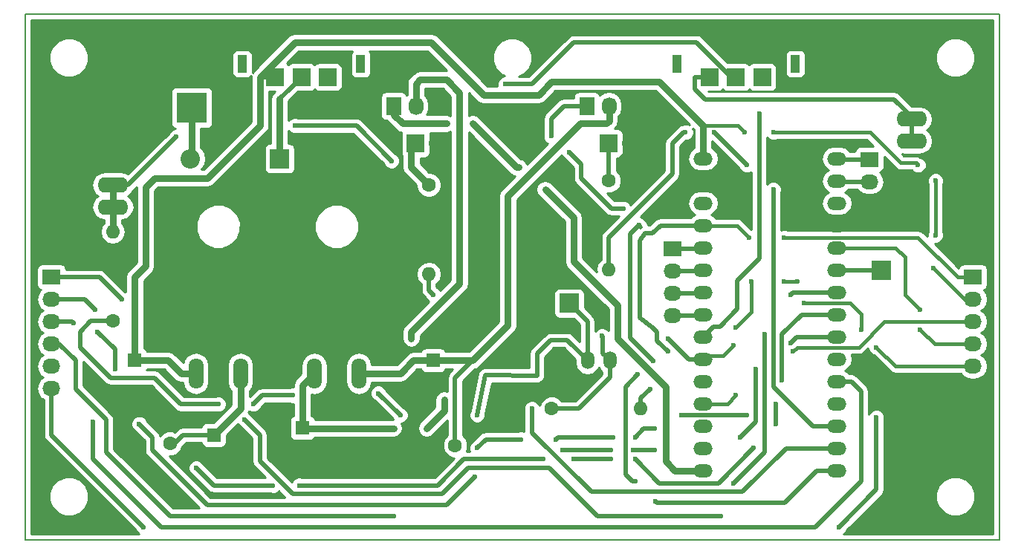
<source format=gbr>
G04 #@! TF.FileFunction,Copper,L2,Bot,Signal*
%FSLAX46Y46*%
G04 Gerber Fmt 4.6, Leading zero omitted, Abs format (unit mm)*
G04 Created by KiCad (PCBNEW 4.0.7) date Saturday, 20 '20e' October '20e' 2018 20:32:08*
%MOMM*%
%LPD*%
G01*
G04 APERTURE LIST*
%ADD10C,0.500000*%
%ADD11C,0.150000*%
%ADD12O,1.524000X2.000000*%
%ADD13R,1.600000X1.600000*%
%ADD14C,1.600000*%
%ADD15R,1.000000X2.000000*%
%ADD16R,2.000000X2.000000*%
%ADD17O,2.200000X1.500000*%
%ADD18R,2.200000X2.200000*%
%ADD19O,2.200000X2.200000*%
%ADD20R,3.500120X3.500120*%
%ADD21R,2.235200X2.235200*%
%ADD22R,2.032000X1.727200*%
%ADD23O,2.032000X1.727200*%
%ADD24R,1.727200X2.032000*%
%ADD25O,1.727200X2.032000*%
%ADD26R,2.500000X3.500000*%
%ADD27O,3.500000X1.750000*%
%ADD28O,1.600000X1.600000*%
%ADD29R,2.032000X2.032000*%
%ADD30O,2.032000X2.032000*%
%ADD31O,1.699260X3.500120*%
%ADD32R,1.700000X1.700000*%
%ADD33O,1.700000X1.700000*%
%ADD34C,0.600000*%
%ADD35C,0.400000*%
%ADD36C,0.800000*%
%ADD37C,0.254000*%
G04 APERTURE END LIST*
D10*
D11*
X30600000Y-34600000D02*
X141600000Y-34600000D01*
X141600000Y-34600000D02*
X141600000Y-94600000D01*
X141600000Y-94600000D02*
X30600000Y-94600000D01*
X30600000Y-94600000D02*
X30600000Y-34600000D01*
D12*
X94677000Y-74103000D03*
X97217000Y-74103000D03*
X92137000Y-74103000D03*
D13*
X43100000Y-74100000D03*
D14*
X43100000Y-77600000D03*
D13*
X77100000Y-74100000D03*
D14*
X77100000Y-76600000D03*
D15*
X118350000Y-40300000D03*
X104850000Y-40300000D03*
D16*
X108600000Y-41800000D03*
X111600000Y-41800000D03*
X114600000Y-41800000D03*
D15*
X68850000Y-40300000D03*
X55350000Y-40300000D03*
D16*
X59100000Y-41800000D03*
X62100000Y-41800000D03*
X65100000Y-41800000D03*
D17*
X123100000Y-51100000D03*
X107860000Y-84120000D03*
X123100000Y-53640000D03*
X107860000Y-81580000D03*
X123100000Y-56180000D03*
X107860000Y-79040000D03*
X123100000Y-58720000D03*
X107860000Y-76500000D03*
X123100000Y-61260000D03*
X107860000Y-73960000D03*
X123100000Y-63800000D03*
X107860000Y-71420000D03*
X123100000Y-66340000D03*
X107860000Y-68880000D03*
X123100000Y-68880000D03*
X107860000Y-66340000D03*
X123100000Y-71420000D03*
X107860000Y-63800000D03*
X123100000Y-73960000D03*
X107860000Y-61260000D03*
X123100000Y-76500000D03*
X107860000Y-58720000D03*
X123100000Y-79040000D03*
X107860000Y-56180000D03*
X123100000Y-81580000D03*
X107860000Y-53640000D03*
X123100000Y-84120000D03*
X107860000Y-51100000D03*
X123100000Y-86660000D03*
X107860000Y-86660000D03*
D18*
X59600000Y-51100000D03*
D19*
X49440000Y-51100000D03*
D18*
X92600000Y-67600000D03*
D19*
X82440000Y-67600000D03*
D20*
X49600000Y-45300140D03*
X49600000Y-39300660D03*
X44901000Y-42300400D03*
D21*
X128200000Y-63800000D03*
D22*
X126800000Y-51200000D03*
D23*
X126800000Y-53740000D03*
X126800000Y-56280000D03*
D22*
X104350000Y-61350000D03*
D23*
X104350000Y-63890000D03*
X104350000Y-66430000D03*
X104350000Y-68970000D03*
D24*
X72600000Y-45100000D03*
D25*
X75140000Y-45100000D03*
X77680000Y-45100000D03*
D24*
X94600000Y-45100000D03*
D25*
X97140000Y-45100000D03*
X99680000Y-45100000D03*
D26*
X136596000Y-51600000D03*
D27*
X131590000Y-56600000D03*
X131590000Y-46600000D03*
X131590000Y-54100000D03*
X131590000Y-49100000D03*
D26*
X35604000Y-51600000D03*
D27*
X40610000Y-46600000D03*
X40610000Y-56600000D03*
X40610000Y-49100000D03*
X40610000Y-54100000D03*
D14*
X97100000Y-53600000D03*
D28*
X97100000Y-63760000D03*
D14*
X76600000Y-54100000D03*
D28*
X76600000Y-64260000D03*
D14*
X40600000Y-69600000D03*
D28*
X40600000Y-59440000D03*
D14*
X90600000Y-79600000D03*
D28*
X100760000Y-79600000D03*
D29*
X75100000Y-49350000D03*
D30*
X77640000Y-49350000D03*
D29*
X97100000Y-49350000D03*
D30*
X99640000Y-49350000D03*
D14*
X79600000Y-83800000D03*
X74600000Y-83800000D03*
D13*
X52100000Y-82600000D03*
D14*
X52100000Y-85100000D03*
X47100000Y-83600000D03*
X42100000Y-83600000D03*
D31*
X52600000Y-75600000D03*
X50060000Y-75600000D03*
X55140000Y-75600000D03*
X66100000Y-75600000D03*
X63560000Y-75600000D03*
X68640000Y-75600000D03*
D22*
X33600000Y-64600000D03*
D23*
X33600000Y-67140000D03*
X33600000Y-69680000D03*
X33600000Y-72220000D03*
X33600000Y-74760000D03*
X33600000Y-77300000D03*
D22*
X138600000Y-64600000D03*
D23*
X138600000Y-67140000D03*
X138600000Y-69680000D03*
X138600000Y-72220000D03*
X138600000Y-74760000D03*
X138600000Y-77300000D03*
D13*
X62200000Y-81800000D03*
D14*
X62200000Y-84300000D03*
D32*
X131735600Y-77303400D03*
D33*
X131735600Y-79843400D03*
X131735600Y-82383400D03*
X131735600Y-84923400D03*
D34*
X111600000Y-78100000D03*
X118100000Y-73100000D03*
X59100000Y-84350000D03*
X55350000Y-84600000D03*
X82350000Y-45600000D03*
X117350000Y-56100000D03*
X112850000Y-55350000D03*
X104350000Y-55350000D03*
X101600000Y-52600000D03*
X57100000Y-59100000D03*
X54600000Y-61600000D03*
X57100000Y-61600000D03*
X57100000Y-64100000D03*
X54600000Y-64100000D03*
X54600000Y-66600000D03*
X54600000Y-69100000D03*
X54600000Y-71600000D03*
X57100000Y-71600000D03*
X57100000Y-69100000D03*
X57100000Y-66600000D03*
X59600000Y-66600000D03*
X59600000Y-69100000D03*
X59600000Y-71600000D03*
X62100000Y-71600000D03*
X62100000Y-69100000D03*
X62100000Y-66600000D03*
X62100000Y-64100000D03*
X59600000Y-64100000D03*
X59600000Y-61600000D03*
X59600000Y-59100000D03*
X59600000Y-56600000D03*
X62100000Y-56600000D03*
X62100000Y-59100000D03*
X62100000Y-61600000D03*
X64600000Y-64100000D03*
X64600000Y-66600000D03*
X64600000Y-69100000D03*
X64600000Y-71600000D03*
X72100000Y-71600000D03*
X72100000Y-69100000D03*
X72100000Y-66600000D03*
X72100000Y-64100000D03*
X72100000Y-61600000D03*
X72100000Y-59100000D03*
X72100000Y-56600000D03*
X69600000Y-56600000D03*
X69600000Y-59100000D03*
X69600000Y-61600000D03*
X67100000Y-64100000D03*
X69600000Y-64100000D03*
X69600000Y-66600000D03*
X67100000Y-66600000D03*
X67100000Y-69100000D03*
X69600000Y-69100000D03*
X69600000Y-71600000D03*
X67100000Y-71600000D03*
X57100000Y-56600000D03*
X54600000Y-56600000D03*
X52100000Y-64100000D03*
X52100000Y-66600000D03*
X49600000Y-69100000D03*
X49600000Y-71600000D03*
X47100000Y-71600000D03*
X47100000Y-69100000D03*
X47100000Y-66600000D03*
X49600000Y-66600000D03*
X49600000Y-64100000D03*
X47100000Y-64100000D03*
X47100000Y-61600000D03*
X49600000Y-61600000D03*
X47100000Y-59100000D03*
X49600000Y-59100000D03*
X47100000Y-56600000D03*
X49600000Y-56600000D03*
X82850000Y-70600000D03*
X132600000Y-68350000D03*
X132600000Y-70600000D03*
X96328000Y-71309000D03*
X103871800Y-71588400D03*
X111350000Y-72350000D03*
X111600000Y-70350000D03*
X113350000Y-65100000D03*
X117100000Y-65100000D03*
X118600000Y-65100000D03*
X119350000Y-67600000D03*
X125850000Y-70600000D03*
X127600000Y-72600000D03*
X114250000Y-46000000D03*
X117850000Y-66600000D03*
X114850000Y-71100000D03*
X111350000Y-88100000D03*
X109850000Y-91850000D03*
X55600000Y-80850000D03*
X41600000Y-67100000D03*
X116850000Y-76350000D03*
X116100000Y-79100000D03*
X116100000Y-81350000D03*
X113600000Y-84100000D03*
X100100000Y-85350000D03*
X97350000Y-85350000D03*
X93100000Y-85350000D03*
X89600000Y-85350000D03*
X61850000Y-88350000D03*
X58850000Y-88350000D03*
X50100000Y-86350000D03*
X40850000Y-75100000D03*
X38850000Y-70850000D03*
X38600000Y-68350000D03*
X117850000Y-72100000D03*
X113850000Y-75100000D03*
X112100000Y-82850000D03*
X102350000Y-84350000D03*
X99850000Y-84350000D03*
X97350000Y-84350000D03*
X91850000Y-84350000D03*
X81850000Y-87350000D03*
X43600000Y-81350000D03*
X36100000Y-69850000D03*
X72600000Y-91850000D03*
X82100000Y-84100000D03*
X87100000Y-83100000D03*
X91100000Y-83100000D03*
X97600000Y-82850000D03*
X100100000Y-82850000D03*
X102350000Y-81850000D03*
X105350000Y-80350000D03*
X112850000Y-80350000D03*
X38350000Y-81100000D03*
X113100000Y-60100000D03*
X117100000Y-60100000D03*
X101850000Y-77350000D03*
X103850000Y-73100000D03*
X127600000Y-80600000D03*
X123350000Y-93100000D03*
X44100000Y-93100000D03*
X115850000Y-54600000D03*
X112850000Y-51850000D03*
X109100000Y-48100000D03*
X105850000Y-48100000D03*
X88350000Y-79600000D03*
X77100000Y-66600000D03*
X62200000Y-81800000D03*
X51350000Y-53350000D03*
X78350000Y-78600000D03*
X76350000Y-81850000D03*
X72600000Y-81850000D03*
X134100000Y-63600000D03*
X134350000Y-59850000D03*
X134350000Y-53600000D03*
X132350000Y-51850000D03*
X115850000Y-48100000D03*
X112600000Y-48100000D03*
X102144600Y-74153800D03*
X100417400Y-75728600D03*
X100138000Y-87895200D03*
X102424000Y-90181200D03*
X90536800Y-48550600D03*
X92594200Y-50354000D03*
X98741000Y-56780200D03*
X100519000Y-58685200D03*
X78600000Y-47100000D03*
X81600000Y-47100000D03*
X86850000Y-52100000D03*
X89850000Y-54600000D03*
X74600000Y-71600000D03*
X82100000Y-80350000D03*
X73350000Y-80350000D03*
X70850000Y-77850000D03*
X61100000Y-78100000D03*
X56600000Y-79100000D03*
X52600000Y-79100000D03*
X85350000Y-42600000D03*
X72350000Y-51350000D03*
X61350000Y-47350000D03*
X47850000Y-48600000D03*
D10*
X126800000Y-51200000D02*
X123200000Y-51200000D01*
X123200000Y-51200000D02*
X123100000Y-51100000D01*
X126800000Y-53740000D02*
X123200000Y-53740000D01*
X123200000Y-53740000D02*
X123100000Y-53640000D01*
D35*
X138600000Y-69680000D02*
X128520000Y-69680000D01*
X110660000Y-79040000D02*
X107860000Y-79040000D01*
X111600000Y-78100000D02*
X110660000Y-79040000D01*
X118600000Y-72600000D02*
X118100000Y-73100000D01*
X125600000Y-72600000D02*
X118600000Y-72600000D01*
X128520000Y-69680000D02*
X125600000Y-72600000D01*
X52100000Y-85100000D02*
X54850000Y-85100000D01*
X60350000Y-85600000D02*
X62200000Y-85600000D01*
X59100000Y-84350000D02*
X60350000Y-85600000D01*
X54850000Y-85100000D02*
X55350000Y-84600000D01*
X107860000Y-53640000D02*
X111140000Y-53640000D01*
X119970000Y-58720000D02*
X123100000Y-58720000D01*
X117350000Y-56100000D02*
X119970000Y-58720000D01*
X111140000Y-53640000D02*
X112850000Y-55350000D01*
X99640000Y-49350000D02*
X99640000Y-50640000D01*
X106060000Y-53640000D02*
X107860000Y-53640000D01*
X104350000Y-55350000D02*
X106060000Y-53640000D01*
X99640000Y-50640000D02*
X101600000Y-52600000D01*
D10*
X126800000Y-56280000D02*
X131270000Y-56280000D01*
X131270000Y-56280000D02*
X131590000Y-56600000D01*
X131590000Y-56600000D02*
X131590000Y-54100000D01*
X131590000Y-54100000D02*
X134090000Y-51600000D01*
X134090000Y-51600000D02*
X136596000Y-51600000D01*
X35604000Y-51600000D02*
X38110000Y-51600000D01*
X38110000Y-51600000D02*
X40610000Y-49100000D01*
X40610000Y-49100000D02*
X40610000Y-46600000D01*
D36*
X74600000Y-83800000D02*
X74600000Y-79100000D01*
X74600000Y-79100000D02*
X77100000Y-76600000D01*
X42100000Y-83600000D02*
X42100000Y-78900000D01*
X42100000Y-78900000D02*
X43100000Y-77900000D01*
X66100000Y-75600000D02*
X66100000Y-72600000D01*
X54600000Y-61600000D02*
X57100000Y-59100000D01*
X57100000Y-64100000D02*
X57100000Y-61600000D01*
X54600000Y-66600000D02*
X54600000Y-64100000D01*
X54600000Y-71600000D02*
X54600000Y-69100000D01*
X57100000Y-69100000D02*
X57100000Y-71600000D01*
X59600000Y-66600000D02*
X57100000Y-66600000D01*
X59600000Y-71600000D02*
X59600000Y-69100000D01*
X62100000Y-69100000D02*
X62100000Y-71600000D01*
X62100000Y-64100000D02*
X62100000Y-66600000D01*
X59600000Y-61600000D02*
X59600000Y-64100000D01*
X59600000Y-56600000D02*
X59600000Y-59100000D01*
X62100000Y-59100000D02*
X62100000Y-56600000D01*
X64600000Y-64100000D02*
X62100000Y-61600000D01*
X64600000Y-69100000D02*
X64600000Y-66600000D01*
X72100000Y-71600000D02*
X64600000Y-71600000D01*
X72100000Y-66600000D02*
X72100000Y-69100000D01*
X72100000Y-61600000D02*
X72100000Y-64100000D01*
X72100000Y-56600000D02*
X72100000Y-59100000D01*
X69600000Y-59100000D02*
X69600000Y-56600000D01*
X67100000Y-64100000D02*
X69600000Y-61600000D01*
X69600000Y-66600000D02*
X69600000Y-64100000D01*
X67100000Y-69100000D02*
X67100000Y-66600000D01*
X69600000Y-71600000D02*
X69600000Y-69100000D01*
X66100000Y-72600000D02*
X67100000Y-71600000D01*
X57100000Y-56600000D02*
X54600000Y-56600000D01*
X52100000Y-64100000D02*
X52100000Y-66600000D01*
X49600000Y-69100000D02*
X49600000Y-71600000D01*
X47100000Y-71600000D02*
X47100000Y-69100000D01*
X47100000Y-66600000D02*
X49600000Y-66600000D01*
X49600000Y-64100000D02*
X47100000Y-64100000D01*
X47100000Y-61600000D02*
X49600000Y-61600000D01*
X47100000Y-59100000D02*
X49600000Y-59100000D01*
X47100000Y-56600000D02*
X49600000Y-56600000D01*
X53400000Y-69400000D02*
X54000000Y-69400000D01*
X52600000Y-70200000D02*
X53400000Y-69400000D01*
X52600000Y-75600000D02*
X52600000Y-70200000D01*
D10*
X82440000Y-67600000D02*
X82440000Y-70190000D01*
X82440000Y-70190000D02*
X82850000Y-70600000D01*
D35*
X138600000Y-72220000D02*
X134220000Y-72220000D01*
X129760000Y-61260000D02*
X123100000Y-61260000D01*
X130850000Y-62350000D02*
X129760000Y-61260000D01*
X130850000Y-66600000D02*
X130850000Y-62350000D01*
X132600000Y-68350000D02*
X130850000Y-66600000D01*
X134220000Y-72220000D02*
X132600000Y-70600000D01*
D10*
X90600000Y-79600000D02*
X93675800Y-79600000D01*
X97217000Y-76058800D02*
X97217000Y-74103000D01*
X93675800Y-79600000D02*
X97217000Y-76058800D01*
X107860000Y-73960000D02*
X106243400Y-73960000D01*
X96404200Y-73290200D02*
X97217000Y-74103000D01*
X96404200Y-71385200D02*
X96404200Y-73290200D01*
X96328000Y-71309000D02*
X96404200Y-71385200D01*
X106243400Y-73960000D02*
X103871800Y-71588400D01*
D35*
X138600000Y-74760000D02*
X129760000Y-74760000D01*
X110100000Y-73600000D02*
X108220000Y-73600000D01*
X111350000Y-72350000D02*
X110100000Y-73600000D01*
X113350000Y-68600000D02*
X111600000Y-70350000D01*
X113350000Y-65100000D02*
X113350000Y-68600000D01*
X118600000Y-65100000D02*
X117100000Y-65100000D01*
X124600000Y-67600000D02*
X119350000Y-67600000D01*
X125850000Y-68850000D02*
X124600000Y-67600000D01*
X125850000Y-70600000D02*
X125850000Y-68850000D01*
X129760000Y-74760000D02*
X127600000Y-72600000D01*
X108220000Y-73600000D02*
X107860000Y-73960000D01*
D10*
X128200000Y-63800000D02*
X123100000Y-63800000D01*
X109030000Y-70250000D02*
X107860000Y-71420000D01*
X109750000Y-70250000D02*
X109030000Y-70250000D01*
X111750000Y-68250000D02*
X109750000Y-70250000D01*
X111750000Y-65000000D02*
X111750000Y-68250000D01*
X114250000Y-62500000D02*
X111750000Y-65000000D01*
X114250000Y-60250000D02*
X114250000Y-62500000D01*
X114250000Y-46000000D02*
X114250000Y-60250000D01*
X33600000Y-64600000D02*
X39100000Y-64600000D01*
X118110000Y-66340000D02*
X123100000Y-66340000D01*
X117850000Y-66600000D02*
X118110000Y-66340000D01*
X114850000Y-84600000D02*
X114850000Y-71100000D01*
X111350000Y-88100000D02*
X114850000Y-84600000D01*
X95850000Y-91850000D02*
X109850000Y-91850000D01*
X90350000Y-86350000D02*
X95850000Y-91850000D01*
X81100000Y-86350000D02*
X90350000Y-86350000D01*
X78100000Y-89350000D02*
X81100000Y-86350000D01*
X61100000Y-89350000D02*
X78100000Y-89350000D01*
X57350000Y-85600000D02*
X61100000Y-89350000D01*
X57350000Y-82600000D02*
X57350000Y-85600000D01*
X55600000Y-80850000D02*
X57350000Y-82600000D01*
X39100000Y-64600000D02*
X41600000Y-67100000D01*
X104350000Y-68970000D02*
X107770000Y-68970000D01*
X107770000Y-68970000D02*
X107860000Y-68880000D01*
X33600000Y-67140000D02*
X37390000Y-67140000D01*
X119070000Y-68880000D02*
X123100000Y-68880000D01*
X116850000Y-71100000D02*
X119070000Y-68880000D01*
X116850000Y-76350000D02*
X116850000Y-71100000D01*
X116100000Y-81350000D02*
X116100000Y-79100000D01*
X109600000Y-88100000D02*
X113600000Y-84100000D01*
X102850000Y-88100000D02*
X109600000Y-88100000D01*
X100100000Y-85350000D02*
X102850000Y-88100000D01*
X93100000Y-85350000D02*
X97350000Y-85350000D01*
X80600000Y-85350000D02*
X89600000Y-85350000D01*
X77600000Y-88350000D02*
X80600000Y-85350000D01*
X61850000Y-88350000D02*
X77600000Y-88350000D01*
X52100000Y-88350000D02*
X58850000Y-88350000D01*
X50100000Y-86350000D02*
X52100000Y-88350000D01*
X37390000Y-67140000D02*
X38600000Y-68350000D01*
X40850000Y-72850000D02*
X40850000Y-75100000D01*
X38850000Y-70850000D02*
X40850000Y-72850000D01*
X104350000Y-66430000D02*
X107770000Y-66430000D01*
X107770000Y-66430000D02*
X107860000Y-66340000D01*
X33600000Y-69680000D02*
X35930000Y-69680000D01*
X118530000Y-71420000D02*
X123100000Y-71420000D01*
X117850000Y-72100000D02*
X118530000Y-71420000D01*
X113850000Y-81100000D02*
X113850000Y-75100000D01*
X112100000Y-82850000D02*
X113850000Y-81100000D01*
X99850000Y-84350000D02*
X102350000Y-84350000D01*
X91850000Y-84350000D02*
X97350000Y-84350000D01*
X78600000Y-90600000D02*
X81850000Y-87350000D01*
X51350000Y-90600000D02*
X78600000Y-90600000D01*
X45100000Y-84350000D02*
X51350000Y-90600000D01*
X45100000Y-82850000D02*
X45100000Y-84350000D01*
X43600000Y-81350000D02*
X45100000Y-82850000D01*
X35930000Y-69680000D02*
X36100000Y-69850000D01*
X104350000Y-63890000D02*
X107770000Y-63890000D01*
X107770000Y-63890000D02*
X107860000Y-63800000D01*
X33600000Y-72220000D02*
X34470000Y-72220000D01*
X34470000Y-72220000D02*
X36350000Y-74100000D01*
X36350000Y-74100000D02*
X36350000Y-77350000D01*
X36350000Y-77350000D02*
X39850000Y-80850000D01*
X39850000Y-80850000D02*
X39850000Y-84600000D01*
X39850000Y-84600000D02*
X47100000Y-91850000D01*
X47100000Y-91850000D02*
X72600000Y-91850000D01*
X82100000Y-84100000D02*
X83100000Y-83100000D01*
X83100000Y-83100000D02*
X87100000Y-83100000D01*
X91100000Y-83100000D02*
X91350000Y-82850000D01*
X91350000Y-82850000D02*
X97600000Y-82850000D01*
X100100000Y-82850000D02*
X101100000Y-81850000D01*
X101100000Y-81850000D02*
X102350000Y-81850000D01*
X105350000Y-80350000D02*
X112850000Y-80350000D01*
X104350000Y-61350000D02*
X107770000Y-61350000D01*
X107770000Y-61350000D02*
X107860000Y-61260000D01*
X124750000Y-76500000D02*
X123100000Y-76500000D01*
X125850000Y-77600000D02*
X124750000Y-76500000D01*
X125850000Y-87850000D02*
X125850000Y-77600000D01*
X120600000Y-93100000D02*
X125850000Y-87850000D01*
X46100000Y-93100000D02*
X120600000Y-93100000D01*
X38350000Y-85350000D02*
X46100000Y-93100000D01*
X38350000Y-81100000D02*
X38350000Y-85350000D01*
X102109800Y-59590200D02*
X101239600Y-59590200D01*
X102600000Y-70850000D02*
X102100000Y-70350000D01*
X102600000Y-70850000D02*
X102600000Y-71850000D01*
X100671400Y-69226200D02*
X102100000Y-70350000D01*
X100671400Y-60412400D02*
X100671400Y-69226200D01*
X101239600Y-59590200D02*
X100671400Y-60412400D01*
X103850000Y-73100000D02*
X102600000Y-71850000D01*
X102600000Y-71850000D02*
X102600000Y-71600000D01*
D35*
X138600000Y-64600000D02*
X136850000Y-64600000D01*
X111720000Y-58720000D02*
X107860000Y-58720000D01*
X113100000Y-60100000D02*
X111720000Y-58720000D01*
X132350000Y-60100000D02*
X117100000Y-60100000D01*
X136850000Y-64600000D02*
X132350000Y-60100000D01*
D10*
X102980000Y-58720000D02*
X107860000Y-58720000D01*
X102100000Y-59600000D02*
X102109800Y-59590200D01*
X102109800Y-59590200D02*
X102980000Y-58720000D01*
X100760000Y-79600000D02*
X100760000Y-78440000D01*
X100760000Y-78440000D02*
X101850000Y-77350000D01*
X33600000Y-77300000D02*
X33600000Y-82600000D01*
X127600000Y-88850000D02*
X127600000Y-80600000D01*
X123350000Y-93100000D02*
X127600000Y-88850000D01*
X33600000Y-82600000D02*
X44100000Y-93100000D01*
X97100000Y-63760000D02*
X97100000Y-60100000D01*
X120330000Y-81580000D02*
X123100000Y-81580000D01*
X115850000Y-77100000D02*
X120330000Y-81580000D01*
X115850000Y-54600000D02*
X115850000Y-77100000D01*
X109100000Y-48100000D02*
X112850000Y-51850000D01*
X105600000Y-48100000D02*
X105850000Y-48100000D01*
X104350000Y-49350000D02*
X105600000Y-48100000D01*
X104350000Y-52850000D02*
X104350000Y-49350000D01*
X97100000Y-60100000D02*
X104350000Y-52850000D01*
X76600000Y-64260000D02*
X76600000Y-66100000D01*
X117330000Y-84120000D02*
X123100000Y-84120000D01*
X112350000Y-89100000D02*
X117330000Y-84120000D01*
X95100000Y-89100000D02*
X112350000Y-89100000D01*
X88350000Y-82350000D02*
X95100000Y-89100000D01*
X88350000Y-79600000D02*
X88350000Y-82350000D01*
X76600000Y-66100000D02*
X77100000Y-66600000D01*
X57400000Y-41800000D02*
X59100000Y-41800000D01*
D36*
X62200000Y-81800000D02*
X62250000Y-81850000D01*
X62250000Y-81850000D02*
X72600000Y-81850000D01*
X78350000Y-79850000D02*
X78350000Y-78600000D01*
X76350000Y-81850000D02*
X78350000Y-79850000D01*
D35*
X138600000Y-67140000D02*
X137640000Y-67140000D01*
X137640000Y-67140000D02*
X134100000Y-63600000D01*
X134350000Y-59850000D02*
X134350000Y-53600000D01*
X132350000Y-51850000D02*
X132100000Y-51600000D01*
X132100000Y-51600000D02*
X130350000Y-51600000D01*
X130350000Y-51600000D02*
X126850000Y-48100000D01*
X126850000Y-48100000D02*
X115850000Y-48100000D01*
X112600000Y-48100000D02*
X111860000Y-47360000D01*
X111860000Y-47360000D02*
X107860000Y-47360000D01*
D36*
X107860000Y-51100000D02*
X107860000Y-47360000D01*
X61350000Y-37850000D02*
X57400000Y-41800000D01*
X76850000Y-37850000D02*
X61350000Y-37850000D01*
X82850000Y-43850000D02*
X76850000Y-37850000D01*
X89100000Y-43850000D02*
X82850000Y-43850000D01*
X90600000Y-42350000D02*
X89100000Y-43850000D01*
X102850000Y-42350000D02*
X90600000Y-42350000D01*
X107860000Y-47360000D02*
X102850000Y-42350000D01*
X62200000Y-81800000D02*
X62200000Y-76960000D01*
X62200000Y-76960000D02*
X63560000Y-75600000D01*
X43100000Y-74100000D02*
X43100000Y-64600000D01*
X57400000Y-47300000D02*
X57400000Y-41800000D01*
X51350000Y-53350000D02*
X57400000Y-47300000D01*
X45350000Y-53350000D02*
X51350000Y-53350000D01*
X44350000Y-54350000D02*
X45350000Y-53350000D01*
X44350000Y-63350000D02*
X44350000Y-54350000D01*
X43100000Y-64600000D02*
X44350000Y-63350000D01*
X50060000Y-75600000D02*
X48400000Y-75600000D01*
X46900000Y-74100000D02*
X43100000Y-74100000D01*
X48400000Y-75600000D02*
X46900000Y-74100000D01*
D10*
X100747600Y-72756800D02*
X99528400Y-71537600D01*
X100747600Y-72756800D02*
X102144600Y-74153800D01*
X100417400Y-75728600D02*
X99020400Y-77125600D01*
X99020400Y-77125600D02*
X99020400Y-87082400D01*
X99020400Y-87082400D02*
X99833200Y-87895200D01*
X99833200Y-87895200D02*
X100138000Y-87895200D01*
X102424000Y-90181200D02*
X102551000Y-90308200D01*
X102551000Y-90308200D02*
X117181400Y-90308200D01*
X117181400Y-90308200D02*
X119137200Y-88352400D01*
X120829600Y-86660000D02*
X119137200Y-88352400D01*
X123100000Y-86660000D02*
X120829600Y-86660000D01*
X99528400Y-59675800D02*
X100519000Y-58685200D01*
X99528400Y-71537600D02*
X99528400Y-59675800D01*
X94600000Y-45100000D02*
X91980800Y-45100000D01*
X91980800Y-45100000D02*
X90536800Y-46544000D01*
X90536800Y-46544000D02*
X90536800Y-48550600D01*
X92594200Y-50354000D02*
X93991200Y-51751000D01*
X93991200Y-51751000D02*
X93991200Y-53376600D01*
X93991200Y-53376600D02*
X97394800Y-56780200D01*
X97394800Y-56780200D02*
X98741000Y-56780200D01*
X100519000Y-58685200D02*
X100747600Y-58913800D01*
X123040000Y-86660000D02*
X123100000Y-86660000D01*
D36*
X72600000Y-45100000D02*
X72600000Y-46100000D01*
X72600000Y-46100000D02*
X73600000Y-47100000D01*
X73600000Y-47100000D02*
X78600000Y-47100000D01*
X81600000Y-47100000D02*
X86600000Y-52100000D01*
X86600000Y-52100000D02*
X86850000Y-52100000D01*
X89850000Y-54600000D02*
X93100000Y-57850000D01*
X93100000Y-57850000D02*
X93100000Y-62850000D01*
X93100000Y-62850000D02*
X98100000Y-67850000D01*
X98100000Y-67850000D02*
X98100000Y-71600000D01*
X98100000Y-71600000D02*
X103600000Y-77100000D01*
X103600000Y-77100000D02*
X103600000Y-85600000D01*
X103600000Y-85600000D02*
X104660000Y-86660000D01*
X104660000Y-86660000D02*
X107860000Y-86660000D01*
D10*
X47100000Y-83600000D02*
X47600000Y-83600000D01*
X47600000Y-83600000D02*
X48600000Y-82600000D01*
X48600000Y-82600000D02*
X52100000Y-82600000D01*
D36*
X75140000Y-45100000D02*
X75140000Y-42560000D01*
X74600000Y-70850000D02*
X74600000Y-71600000D01*
X80100000Y-65350000D02*
X74600000Y-70850000D01*
X80100000Y-43600000D02*
X80100000Y-65350000D01*
X78600000Y-42100000D02*
X80100000Y-43600000D01*
X75600000Y-42100000D02*
X78600000Y-42100000D01*
X75140000Y-42560000D02*
X75600000Y-42100000D01*
X55140000Y-75600000D02*
X55140000Y-79560000D01*
X55140000Y-79560000D02*
X52100000Y-82600000D01*
D10*
X62100000Y-41800000D02*
X60825000Y-43075000D01*
X59600000Y-44300000D02*
X60825000Y-43075000D01*
D36*
X59600000Y-44300000D02*
X59600000Y-51100000D01*
X49600000Y-45300140D02*
X49600000Y-50940000D01*
X49600000Y-50940000D02*
X49440000Y-51100000D01*
D10*
X92365600Y-71791600D02*
X94677000Y-74103000D01*
X90486000Y-71791600D02*
X92365600Y-71791600D01*
X88933000Y-73344600D02*
X90486000Y-71791600D01*
X88933000Y-75842000D02*
X88933000Y-73344600D01*
X94677000Y-69677000D02*
X92600000Y-67600000D01*
X94677000Y-74103000D02*
X94677000Y-69677000D01*
X40350000Y-76100000D02*
X45350000Y-76100000D01*
X36850000Y-72600000D02*
X40350000Y-76100000D01*
X36850000Y-70850000D02*
X36850000Y-72600000D01*
X40600000Y-69600000D02*
X38100000Y-69600000D01*
X83052000Y-75791200D02*
X88933000Y-75842000D01*
X82100000Y-80350000D02*
X83052000Y-75791200D01*
X70850000Y-77850000D02*
X73350000Y-80350000D01*
X57600000Y-78100000D02*
X61100000Y-78100000D01*
X56600000Y-79100000D02*
X57600000Y-78100000D01*
X48350000Y-79100000D02*
X52600000Y-79100000D01*
X38100000Y-69600000D02*
X36850000Y-70850000D01*
X45350000Y-76100000D02*
X48350000Y-79100000D01*
X108600000Y-41800000D02*
X106900000Y-41800000D01*
X129600000Y-44350000D02*
X131590000Y-46340000D01*
X129600000Y-44350000D02*
X108100000Y-44350000D01*
X108100000Y-44350000D02*
X106900000Y-43150000D01*
X106900000Y-43150000D02*
X106900000Y-41800000D01*
X131590000Y-46600000D02*
X131590000Y-46340000D01*
X131590000Y-49100000D02*
X131590000Y-46600000D01*
X111600000Y-41800000D02*
X111050000Y-41800000D01*
X111050000Y-41800000D02*
X107100000Y-37850000D01*
X107100000Y-37850000D02*
X93100000Y-37850000D01*
X93100000Y-37850000D02*
X88350000Y-42600000D01*
X88350000Y-42600000D02*
X85350000Y-42600000D01*
X72350000Y-51350000D02*
X68350000Y-47350000D01*
X68350000Y-47350000D02*
X61350000Y-47350000D01*
X47850000Y-48600000D02*
X42350000Y-54100000D01*
X42350000Y-54100000D02*
X40610000Y-54100000D01*
D36*
X40610000Y-56600000D02*
X40610000Y-54100000D01*
X40600000Y-59440000D02*
X40600000Y-56610000D01*
X40600000Y-56610000D02*
X40610000Y-56600000D01*
X76600000Y-54100000D02*
X74600000Y-52100000D01*
X74600000Y-52100000D02*
X74600000Y-49850000D01*
X74600000Y-49850000D02*
X75100000Y-49350000D01*
D10*
X97100000Y-53600000D02*
X97100000Y-49350000D01*
X79600000Y-83800000D02*
X79600000Y-76100000D01*
X79600000Y-76100000D02*
X81600000Y-74100000D01*
D36*
X97140000Y-45100000D02*
X97140000Y-46810000D01*
X81600000Y-74100000D02*
X77100000Y-74100000D01*
X85600000Y-70100000D02*
X81600000Y-74100000D01*
X85600000Y-55350000D02*
X85600000Y-70100000D01*
X93850000Y-47100000D02*
X85600000Y-55350000D01*
X96850000Y-47100000D02*
X93850000Y-47100000D01*
X97140000Y-46810000D02*
X96850000Y-47100000D01*
X77100000Y-74100000D02*
X74850000Y-74100000D01*
X73350000Y-75600000D02*
X68640000Y-75600000D01*
X74850000Y-74100000D02*
X73350000Y-75600000D01*
D37*
G36*
X140890000Y-93890000D02*
X123882065Y-93890000D01*
X124142192Y-93630327D01*
X124192566Y-93509014D01*
X127658960Y-90042619D01*
X134364613Y-90042619D01*
X134704155Y-90864372D01*
X135332321Y-91493636D01*
X136153481Y-91834611D01*
X137042619Y-91835387D01*
X137864372Y-91495845D01*
X138493636Y-90867679D01*
X138834611Y-90046519D01*
X138835387Y-89157381D01*
X138495845Y-88335628D01*
X137867679Y-87706364D01*
X137046519Y-87365389D01*
X136157381Y-87364613D01*
X135335628Y-87704155D01*
X134706364Y-88332321D01*
X134365389Y-89153481D01*
X134364613Y-90042619D01*
X127658960Y-90042619D01*
X128225787Y-89475792D01*
X128225790Y-89475790D01*
X128417633Y-89188675D01*
X128448169Y-89035162D01*
X128485001Y-88850000D01*
X128485000Y-88849995D01*
X128485000Y-80906822D01*
X128534838Y-80786799D01*
X128535162Y-80414833D01*
X128393117Y-80071057D01*
X128130327Y-79807808D01*
X127786799Y-79665162D01*
X127414833Y-79664838D01*
X127071057Y-79806883D01*
X126807808Y-80069673D01*
X126735000Y-80245013D01*
X126735000Y-77600005D01*
X126735001Y-77600000D01*
X126672310Y-77284838D01*
X126667633Y-77261325D01*
X126475790Y-76974210D01*
X126475787Y-76974208D01*
X125375790Y-75874210D01*
X125294169Y-75819673D01*
X125088675Y-75682367D01*
X125032484Y-75671190D01*
X124750000Y-75614999D01*
X124749995Y-75615000D01*
X124526372Y-75615000D01*
X124463334Y-75520657D01*
X124028335Y-75230000D01*
X124463334Y-74939343D01*
X124763564Y-74490017D01*
X124868991Y-73960000D01*
X124764562Y-73435000D01*
X125600000Y-73435000D01*
X125919541Y-73371439D01*
X126190434Y-73190434D01*
X126664898Y-72715970D01*
X126664838Y-72785167D01*
X126806883Y-73128943D01*
X127069673Y-73392192D01*
X127311910Y-73492778D01*
X129169566Y-75350434D01*
X129440459Y-75531439D01*
X129760000Y-75595000D01*
X137205465Y-75595000D01*
X137355585Y-75819670D01*
X137841766Y-76144526D01*
X138415255Y-76258600D01*
X138784745Y-76258600D01*
X139358234Y-76144526D01*
X139844415Y-75819670D01*
X140169271Y-75333489D01*
X140283345Y-74760000D01*
X140169271Y-74186511D01*
X139844415Y-73700330D01*
X139529634Y-73490000D01*
X139844415Y-73279670D01*
X140169271Y-72793489D01*
X140283345Y-72220000D01*
X140169271Y-71646511D01*
X139844415Y-71160330D01*
X139529634Y-70950000D01*
X139844415Y-70739670D01*
X140169271Y-70253489D01*
X140283345Y-69680000D01*
X140169271Y-69106511D01*
X139844415Y-68620330D01*
X139529634Y-68410000D01*
X139844415Y-68199670D01*
X140169271Y-67713489D01*
X140283345Y-67140000D01*
X140169271Y-66566511D01*
X139844415Y-66080330D01*
X139830087Y-66070757D01*
X139851317Y-66066762D01*
X140067441Y-65927690D01*
X140212431Y-65715490D01*
X140263440Y-65463600D01*
X140263440Y-63736400D01*
X140219162Y-63501083D01*
X140080090Y-63284959D01*
X139867890Y-63139969D01*
X139616000Y-63088960D01*
X137584000Y-63088960D01*
X137348683Y-63133238D01*
X137132559Y-63272310D01*
X136987569Y-63484510D01*
X136975412Y-63544544D01*
X134215752Y-60784884D01*
X134535167Y-60785162D01*
X134878943Y-60643117D01*
X135142192Y-60380327D01*
X135284838Y-60036799D01*
X135285162Y-59664833D01*
X135185000Y-59422422D01*
X135185000Y-54027234D01*
X135284838Y-53786799D01*
X135285162Y-53414833D01*
X135143117Y-53071057D01*
X134880327Y-52807808D01*
X134536799Y-52665162D01*
X134164833Y-52664838D01*
X133821057Y-52806883D01*
X133557808Y-53069673D01*
X133415162Y-53413201D01*
X133414838Y-53785167D01*
X133515000Y-54027578D01*
X133515000Y-59422766D01*
X133415162Y-59663201D01*
X133414883Y-59984015D01*
X132940434Y-59509566D01*
X132913305Y-59491439D01*
X132669541Y-59328561D01*
X132350000Y-59265000D01*
X117527234Y-59265000D01*
X117286799Y-59165162D01*
X116914833Y-59164838D01*
X116735000Y-59239143D01*
X116735000Y-54906822D01*
X116784838Y-54786799D01*
X116785162Y-54414833D01*
X116643117Y-54071057D01*
X116380327Y-53807808D01*
X116036799Y-53665162D01*
X115664833Y-53664838D01*
X115321057Y-53806883D01*
X115135000Y-53992616D01*
X115135000Y-48707196D01*
X115319673Y-48892192D01*
X115663201Y-49034838D01*
X116035167Y-49035162D01*
X116277578Y-48935000D01*
X126504132Y-48935000D01*
X127258092Y-49688960D01*
X125784000Y-49688960D01*
X125548683Y-49733238D01*
X125332559Y-49872310D01*
X125187569Y-50084510D01*
X125140894Y-50315000D01*
X124593190Y-50315000D01*
X124463334Y-50120657D01*
X124014008Y-49820427D01*
X123483991Y-49715000D01*
X122716009Y-49715000D01*
X122185992Y-49820427D01*
X121736666Y-50120657D01*
X121436436Y-50569983D01*
X121331009Y-51100000D01*
X121436436Y-51630017D01*
X121736666Y-52079343D01*
X122171665Y-52370000D01*
X121736666Y-52660657D01*
X121436436Y-53109983D01*
X121331009Y-53640000D01*
X121436436Y-54170017D01*
X121736666Y-54619343D01*
X122171665Y-54910000D01*
X121736666Y-55200657D01*
X121436436Y-55649983D01*
X121331009Y-56180000D01*
X121436436Y-56710017D01*
X121736666Y-57159343D01*
X122185992Y-57459573D01*
X122716009Y-57565000D01*
X123483991Y-57565000D01*
X124014008Y-57459573D01*
X124463334Y-57159343D01*
X124763564Y-56710017D01*
X124868991Y-56180000D01*
X124763564Y-55649983D01*
X124463334Y-55200657D01*
X124028335Y-54910000D01*
X124454868Y-54625000D01*
X125438874Y-54625000D01*
X125555585Y-54799670D01*
X126041766Y-55124526D01*
X126615255Y-55238600D01*
X126984745Y-55238600D01*
X127558234Y-55124526D01*
X128044415Y-54799670D01*
X128369271Y-54313489D01*
X128483345Y-53740000D01*
X128369271Y-53166511D01*
X128044415Y-52680330D01*
X128030087Y-52670757D01*
X128051317Y-52666762D01*
X128267441Y-52527690D01*
X128412431Y-52315490D01*
X128463440Y-52063600D01*
X128463440Y-50894308D01*
X129759566Y-52190434D01*
X130030459Y-52371439D01*
X130350000Y-52435000D01*
X131612842Y-52435000D01*
X131819673Y-52642192D01*
X132163201Y-52784838D01*
X132535167Y-52785162D01*
X132878943Y-52643117D01*
X133142192Y-52380327D01*
X133284838Y-52036799D01*
X133285162Y-51664833D01*
X133143117Y-51321057D01*
X132880327Y-51057808D01*
X132569422Y-50928708D01*
X132419541Y-50828561D01*
X132100000Y-50765000D01*
X130695868Y-50765000D01*
X130509232Y-50578364D01*
X130668275Y-50610000D01*
X132511725Y-50610000D01*
X133089577Y-50495058D01*
X133579456Y-50167731D01*
X133906783Y-49677852D01*
X134021725Y-49100000D01*
X133906783Y-48522148D01*
X133579456Y-48032269D01*
X133306671Y-47850000D01*
X133579456Y-47667731D01*
X133906783Y-47177852D01*
X134021725Y-46600000D01*
X133906783Y-46022148D01*
X133579456Y-45532269D01*
X133089577Y-45204942D01*
X132511725Y-45090000D01*
X131591579Y-45090000D01*
X130225790Y-43724210D01*
X130150959Y-43674210D01*
X129938675Y-43532367D01*
X129857474Y-43516215D01*
X129600000Y-43464999D01*
X129599995Y-43465000D01*
X108466579Y-43465000D01*
X108449019Y-43447440D01*
X109600000Y-43447440D01*
X109835317Y-43403162D01*
X110051441Y-43264090D01*
X110099134Y-43194289D01*
X110135910Y-43251441D01*
X110348110Y-43396431D01*
X110600000Y-43447440D01*
X112600000Y-43447440D01*
X112835317Y-43403162D01*
X113051441Y-43264090D01*
X113099134Y-43194289D01*
X113135910Y-43251441D01*
X113348110Y-43396431D01*
X113600000Y-43447440D01*
X115600000Y-43447440D01*
X115835317Y-43403162D01*
X116051441Y-43264090D01*
X116196431Y-43051890D01*
X116247440Y-42800000D01*
X116247440Y-40800000D01*
X116203162Y-40564683D01*
X116064090Y-40348559D01*
X115851890Y-40203569D01*
X115600000Y-40152560D01*
X113600000Y-40152560D01*
X113364683Y-40196838D01*
X113148559Y-40335910D01*
X113100866Y-40405711D01*
X113064090Y-40348559D01*
X112851890Y-40203569D01*
X112600000Y-40152560D01*
X110654139Y-40152560D01*
X109801580Y-39300000D01*
X117202560Y-39300000D01*
X117202560Y-41300000D01*
X117246838Y-41535317D01*
X117385910Y-41751441D01*
X117598110Y-41896431D01*
X117850000Y-41947440D01*
X118850000Y-41947440D01*
X119085317Y-41903162D01*
X119301441Y-41764090D01*
X119446431Y-41551890D01*
X119497440Y-41300000D01*
X119497440Y-40042619D01*
X134364613Y-40042619D01*
X134704155Y-40864372D01*
X135332321Y-41493636D01*
X136153481Y-41834611D01*
X137042619Y-41835387D01*
X137864372Y-41495845D01*
X138493636Y-40867679D01*
X138834611Y-40046519D01*
X138835387Y-39157381D01*
X138495845Y-38335628D01*
X137867679Y-37706364D01*
X137046519Y-37365389D01*
X136157381Y-37364613D01*
X135335628Y-37704155D01*
X134706364Y-38332321D01*
X134365389Y-39153481D01*
X134364613Y-40042619D01*
X119497440Y-40042619D01*
X119497440Y-39300000D01*
X119453162Y-39064683D01*
X119314090Y-38848559D01*
X119101890Y-38703569D01*
X118850000Y-38652560D01*
X117850000Y-38652560D01*
X117614683Y-38696838D01*
X117398559Y-38835910D01*
X117253569Y-39048110D01*
X117202560Y-39300000D01*
X109801580Y-39300000D01*
X107725790Y-37224210D01*
X107567050Y-37118144D01*
X107438675Y-37032367D01*
X107382484Y-37021190D01*
X107100000Y-36964999D01*
X107099995Y-36965000D01*
X93100000Y-36965000D01*
X92761325Y-37032367D01*
X92474210Y-37224210D01*
X92474208Y-37224213D01*
X87983420Y-41715000D01*
X86833977Y-41715000D01*
X87364372Y-41495845D01*
X87993636Y-40867679D01*
X88334611Y-40046519D01*
X88335387Y-39157381D01*
X87995845Y-38335628D01*
X87367679Y-37706364D01*
X86546519Y-37365389D01*
X85657381Y-37364613D01*
X84835628Y-37704155D01*
X84206364Y-38332321D01*
X83865389Y-39153481D01*
X83864613Y-40042619D01*
X84204155Y-40864372D01*
X84832321Y-41493636D01*
X85244789Y-41664908D01*
X85164833Y-41664838D01*
X84821057Y-41806883D01*
X84557808Y-42069673D01*
X84415162Y-42413201D01*
X84414838Y-42785167D01*
X84427165Y-42815000D01*
X83278711Y-42815000D01*
X77581856Y-37118144D01*
X77246077Y-36893785D01*
X76850000Y-36814999D01*
X76849995Y-36815000D01*
X61350005Y-36815000D01*
X61350000Y-36814999D01*
X60953923Y-36893785D01*
X60618144Y-37118144D01*
X60618142Y-37118147D01*
X56668144Y-41068144D01*
X56490576Y-41333895D01*
X56497440Y-41300000D01*
X56497440Y-39300000D01*
X56453162Y-39064683D01*
X56314090Y-38848559D01*
X56101890Y-38703569D01*
X55850000Y-38652560D01*
X54850000Y-38652560D01*
X54614683Y-38696838D01*
X54398559Y-38835910D01*
X54253569Y-39048110D01*
X54202560Y-39300000D01*
X54202560Y-41300000D01*
X54246838Y-41535317D01*
X54385910Y-41751441D01*
X54598110Y-41896431D01*
X54850000Y-41947440D01*
X55850000Y-41947440D01*
X56085317Y-41903162D01*
X56301441Y-41764090D01*
X56401178Y-41618120D01*
X56364999Y-41800000D01*
X56365000Y-41800005D01*
X56365000Y-46871289D01*
X50921288Y-52315000D01*
X50708726Y-52315000D01*
X51076922Y-51763956D01*
X51208991Y-51100000D01*
X51076922Y-50436044D01*
X50700821Y-49873170D01*
X50635000Y-49829190D01*
X50635000Y-47697640D01*
X51350060Y-47697640D01*
X51585377Y-47653362D01*
X51801501Y-47514290D01*
X51946491Y-47302090D01*
X51997500Y-47050200D01*
X51997500Y-43550080D01*
X51953222Y-43314763D01*
X51814150Y-43098639D01*
X51601950Y-42953649D01*
X51350060Y-42902640D01*
X47849940Y-42902640D01*
X47614623Y-42946918D01*
X47398499Y-43085990D01*
X47253509Y-43298190D01*
X47202500Y-43550080D01*
X47202500Y-47050200D01*
X47246778Y-47285517D01*
X47385850Y-47501641D01*
X47598050Y-47646631D01*
X47688059Y-47664858D01*
X47664833Y-47664838D01*
X47321057Y-47806883D01*
X47057808Y-48069673D01*
X47007434Y-48190987D01*
X42339709Y-52858711D01*
X42109577Y-52704942D01*
X41531725Y-52590000D01*
X39688275Y-52590000D01*
X39110423Y-52704942D01*
X38620544Y-53032269D01*
X38293217Y-53522148D01*
X38178275Y-54100000D01*
X38293217Y-54677852D01*
X38620544Y-55167731D01*
X38893329Y-55350000D01*
X38620544Y-55532269D01*
X38293217Y-56022148D01*
X38178275Y-56600000D01*
X38293217Y-57177852D01*
X38620544Y-57667731D01*
X39110423Y-57995058D01*
X39565000Y-58085479D01*
X39565000Y-58427573D01*
X39274233Y-58862736D01*
X39165000Y-59411887D01*
X39165000Y-59468113D01*
X39274233Y-60017264D01*
X39585302Y-60482811D01*
X40050849Y-60793880D01*
X40600000Y-60903113D01*
X41149151Y-60793880D01*
X41614698Y-60482811D01*
X41925767Y-60017264D01*
X42035000Y-59468113D01*
X42035000Y-59411887D01*
X41925767Y-58862736D01*
X41635000Y-58427573D01*
X41635000Y-58089457D01*
X42109577Y-57995058D01*
X42599456Y-57667731D01*
X42926783Y-57177852D01*
X43041725Y-56600000D01*
X42926783Y-56022148D01*
X42599456Y-55532269D01*
X42326671Y-55350000D01*
X42599456Y-55167731D01*
X42829390Y-54823611D01*
X42975790Y-54725790D01*
X43315000Y-54386580D01*
X43315000Y-62921289D01*
X42368144Y-63868144D01*
X42143785Y-64203923D01*
X42064999Y-64600000D01*
X42065000Y-64600005D01*
X42065000Y-66280682D01*
X42009013Y-66257434D01*
X39725790Y-63974210D01*
X39438675Y-63782367D01*
X39351366Y-63765000D01*
X39100000Y-63714999D01*
X39099995Y-63715000D01*
X35259413Y-63715000D01*
X35219162Y-63501083D01*
X35080090Y-63284959D01*
X34867890Y-63139969D01*
X34616000Y-63088960D01*
X32584000Y-63088960D01*
X32348683Y-63133238D01*
X32132559Y-63272310D01*
X31987569Y-63484510D01*
X31936560Y-63736400D01*
X31936560Y-65463600D01*
X31980838Y-65698917D01*
X32119910Y-65915041D01*
X32332110Y-66060031D01*
X32373439Y-66068400D01*
X32355585Y-66080330D01*
X32030729Y-66566511D01*
X31916655Y-67140000D01*
X32030729Y-67713489D01*
X32355585Y-68199670D01*
X32670366Y-68410000D01*
X32355585Y-68620330D01*
X32030729Y-69106511D01*
X31916655Y-69680000D01*
X32030729Y-70253489D01*
X32355585Y-70739670D01*
X32670366Y-70950000D01*
X32355585Y-71160330D01*
X32030729Y-71646511D01*
X31916655Y-72220000D01*
X32030729Y-72793489D01*
X32355585Y-73279670D01*
X32670366Y-73490000D01*
X32355585Y-73700330D01*
X32030729Y-74186511D01*
X31916655Y-74760000D01*
X32030729Y-75333489D01*
X32355585Y-75819670D01*
X32670366Y-76030000D01*
X32355585Y-76240330D01*
X32030729Y-76726511D01*
X31916655Y-77300000D01*
X32030729Y-77873489D01*
X32355585Y-78359670D01*
X32715000Y-78599824D01*
X32715000Y-82599995D01*
X32714999Y-82600000D01*
X32771190Y-82882484D01*
X32782367Y-82938675D01*
X32933700Y-83165162D01*
X32974210Y-83225790D01*
X43257255Y-93508834D01*
X43306883Y-93628943D01*
X43567485Y-93890000D01*
X31310000Y-93890000D01*
X31310000Y-90042619D01*
X33364613Y-90042619D01*
X33704155Y-90864372D01*
X34332321Y-91493636D01*
X35153481Y-91834611D01*
X36042619Y-91835387D01*
X36864372Y-91495845D01*
X37493636Y-90867679D01*
X37834611Y-90046519D01*
X37835387Y-89157381D01*
X37495845Y-88335628D01*
X36867679Y-87706364D01*
X36046519Y-87365389D01*
X35157381Y-87364613D01*
X34335628Y-87704155D01*
X33706364Y-88332321D01*
X33365389Y-89153481D01*
X33364613Y-90042619D01*
X31310000Y-90042619D01*
X31310000Y-40042619D01*
X33364613Y-40042619D01*
X33704155Y-40864372D01*
X34332321Y-41493636D01*
X35153481Y-41834611D01*
X36042619Y-41835387D01*
X36864372Y-41495845D01*
X37493636Y-40867679D01*
X37834611Y-40046519D01*
X37835387Y-39157381D01*
X37495845Y-38335628D01*
X36867679Y-37706364D01*
X36046519Y-37365389D01*
X35157381Y-37364613D01*
X34335628Y-37704155D01*
X33706364Y-38332321D01*
X33365389Y-39153481D01*
X33364613Y-40042619D01*
X31310000Y-40042619D01*
X31310000Y-35310000D01*
X140890000Y-35310000D01*
X140890000Y-93890000D01*
X140890000Y-93890000D01*
G37*
X140890000Y-93890000D02*
X123882065Y-93890000D01*
X124142192Y-93630327D01*
X124192566Y-93509014D01*
X127658960Y-90042619D01*
X134364613Y-90042619D01*
X134704155Y-90864372D01*
X135332321Y-91493636D01*
X136153481Y-91834611D01*
X137042619Y-91835387D01*
X137864372Y-91495845D01*
X138493636Y-90867679D01*
X138834611Y-90046519D01*
X138835387Y-89157381D01*
X138495845Y-88335628D01*
X137867679Y-87706364D01*
X137046519Y-87365389D01*
X136157381Y-87364613D01*
X135335628Y-87704155D01*
X134706364Y-88332321D01*
X134365389Y-89153481D01*
X134364613Y-90042619D01*
X127658960Y-90042619D01*
X128225787Y-89475792D01*
X128225790Y-89475790D01*
X128417633Y-89188675D01*
X128448169Y-89035162D01*
X128485001Y-88850000D01*
X128485000Y-88849995D01*
X128485000Y-80906822D01*
X128534838Y-80786799D01*
X128535162Y-80414833D01*
X128393117Y-80071057D01*
X128130327Y-79807808D01*
X127786799Y-79665162D01*
X127414833Y-79664838D01*
X127071057Y-79806883D01*
X126807808Y-80069673D01*
X126735000Y-80245013D01*
X126735000Y-77600005D01*
X126735001Y-77600000D01*
X126672310Y-77284838D01*
X126667633Y-77261325D01*
X126475790Y-76974210D01*
X126475787Y-76974208D01*
X125375790Y-75874210D01*
X125294169Y-75819673D01*
X125088675Y-75682367D01*
X125032484Y-75671190D01*
X124750000Y-75614999D01*
X124749995Y-75615000D01*
X124526372Y-75615000D01*
X124463334Y-75520657D01*
X124028335Y-75230000D01*
X124463334Y-74939343D01*
X124763564Y-74490017D01*
X124868991Y-73960000D01*
X124764562Y-73435000D01*
X125600000Y-73435000D01*
X125919541Y-73371439D01*
X126190434Y-73190434D01*
X126664898Y-72715970D01*
X126664838Y-72785167D01*
X126806883Y-73128943D01*
X127069673Y-73392192D01*
X127311910Y-73492778D01*
X129169566Y-75350434D01*
X129440459Y-75531439D01*
X129760000Y-75595000D01*
X137205465Y-75595000D01*
X137355585Y-75819670D01*
X137841766Y-76144526D01*
X138415255Y-76258600D01*
X138784745Y-76258600D01*
X139358234Y-76144526D01*
X139844415Y-75819670D01*
X140169271Y-75333489D01*
X140283345Y-74760000D01*
X140169271Y-74186511D01*
X139844415Y-73700330D01*
X139529634Y-73490000D01*
X139844415Y-73279670D01*
X140169271Y-72793489D01*
X140283345Y-72220000D01*
X140169271Y-71646511D01*
X139844415Y-71160330D01*
X139529634Y-70950000D01*
X139844415Y-70739670D01*
X140169271Y-70253489D01*
X140283345Y-69680000D01*
X140169271Y-69106511D01*
X139844415Y-68620330D01*
X139529634Y-68410000D01*
X139844415Y-68199670D01*
X140169271Y-67713489D01*
X140283345Y-67140000D01*
X140169271Y-66566511D01*
X139844415Y-66080330D01*
X139830087Y-66070757D01*
X139851317Y-66066762D01*
X140067441Y-65927690D01*
X140212431Y-65715490D01*
X140263440Y-65463600D01*
X140263440Y-63736400D01*
X140219162Y-63501083D01*
X140080090Y-63284959D01*
X139867890Y-63139969D01*
X139616000Y-63088960D01*
X137584000Y-63088960D01*
X137348683Y-63133238D01*
X137132559Y-63272310D01*
X136987569Y-63484510D01*
X136975412Y-63544544D01*
X134215752Y-60784884D01*
X134535167Y-60785162D01*
X134878943Y-60643117D01*
X135142192Y-60380327D01*
X135284838Y-60036799D01*
X135285162Y-59664833D01*
X135185000Y-59422422D01*
X135185000Y-54027234D01*
X135284838Y-53786799D01*
X135285162Y-53414833D01*
X135143117Y-53071057D01*
X134880327Y-52807808D01*
X134536799Y-52665162D01*
X134164833Y-52664838D01*
X133821057Y-52806883D01*
X133557808Y-53069673D01*
X133415162Y-53413201D01*
X133414838Y-53785167D01*
X133515000Y-54027578D01*
X133515000Y-59422766D01*
X133415162Y-59663201D01*
X133414883Y-59984015D01*
X132940434Y-59509566D01*
X132913305Y-59491439D01*
X132669541Y-59328561D01*
X132350000Y-59265000D01*
X117527234Y-59265000D01*
X117286799Y-59165162D01*
X116914833Y-59164838D01*
X116735000Y-59239143D01*
X116735000Y-54906822D01*
X116784838Y-54786799D01*
X116785162Y-54414833D01*
X116643117Y-54071057D01*
X116380327Y-53807808D01*
X116036799Y-53665162D01*
X115664833Y-53664838D01*
X115321057Y-53806883D01*
X115135000Y-53992616D01*
X115135000Y-48707196D01*
X115319673Y-48892192D01*
X115663201Y-49034838D01*
X116035167Y-49035162D01*
X116277578Y-48935000D01*
X126504132Y-48935000D01*
X127258092Y-49688960D01*
X125784000Y-49688960D01*
X125548683Y-49733238D01*
X125332559Y-49872310D01*
X125187569Y-50084510D01*
X125140894Y-50315000D01*
X124593190Y-50315000D01*
X124463334Y-50120657D01*
X124014008Y-49820427D01*
X123483991Y-49715000D01*
X122716009Y-49715000D01*
X122185992Y-49820427D01*
X121736666Y-50120657D01*
X121436436Y-50569983D01*
X121331009Y-51100000D01*
X121436436Y-51630017D01*
X121736666Y-52079343D01*
X122171665Y-52370000D01*
X121736666Y-52660657D01*
X121436436Y-53109983D01*
X121331009Y-53640000D01*
X121436436Y-54170017D01*
X121736666Y-54619343D01*
X122171665Y-54910000D01*
X121736666Y-55200657D01*
X121436436Y-55649983D01*
X121331009Y-56180000D01*
X121436436Y-56710017D01*
X121736666Y-57159343D01*
X122185992Y-57459573D01*
X122716009Y-57565000D01*
X123483991Y-57565000D01*
X124014008Y-57459573D01*
X124463334Y-57159343D01*
X124763564Y-56710017D01*
X124868991Y-56180000D01*
X124763564Y-55649983D01*
X124463334Y-55200657D01*
X124028335Y-54910000D01*
X124454868Y-54625000D01*
X125438874Y-54625000D01*
X125555585Y-54799670D01*
X126041766Y-55124526D01*
X126615255Y-55238600D01*
X126984745Y-55238600D01*
X127558234Y-55124526D01*
X128044415Y-54799670D01*
X128369271Y-54313489D01*
X128483345Y-53740000D01*
X128369271Y-53166511D01*
X128044415Y-52680330D01*
X128030087Y-52670757D01*
X128051317Y-52666762D01*
X128267441Y-52527690D01*
X128412431Y-52315490D01*
X128463440Y-52063600D01*
X128463440Y-50894308D01*
X129759566Y-52190434D01*
X130030459Y-52371439D01*
X130350000Y-52435000D01*
X131612842Y-52435000D01*
X131819673Y-52642192D01*
X132163201Y-52784838D01*
X132535167Y-52785162D01*
X132878943Y-52643117D01*
X133142192Y-52380327D01*
X133284838Y-52036799D01*
X133285162Y-51664833D01*
X133143117Y-51321057D01*
X132880327Y-51057808D01*
X132569422Y-50928708D01*
X132419541Y-50828561D01*
X132100000Y-50765000D01*
X130695868Y-50765000D01*
X130509232Y-50578364D01*
X130668275Y-50610000D01*
X132511725Y-50610000D01*
X133089577Y-50495058D01*
X133579456Y-50167731D01*
X133906783Y-49677852D01*
X134021725Y-49100000D01*
X133906783Y-48522148D01*
X133579456Y-48032269D01*
X133306671Y-47850000D01*
X133579456Y-47667731D01*
X133906783Y-47177852D01*
X134021725Y-46600000D01*
X133906783Y-46022148D01*
X133579456Y-45532269D01*
X133089577Y-45204942D01*
X132511725Y-45090000D01*
X131591579Y-45090000D01*
X130225790Y-43724210D01*
X130150959Y-43674210D01*
X129938675Y-43532367D01*
X129857474Y-43516215D01*
X129600000Y-43464999D01*
X129599995Y-43465000D01*
X108466579Y-43465000D01*
X108449019Y-43447440D01*
X109600000Y-43447440D01*
X109835317Y-43403162D01*
X110051441Y-43264090D01*
X110099134Y-43194289D01*
X110135910Y-43251441D01*
X110348110Y-43396431D01*
X110600000Y-43447440D01*
X112600000Y-43447440D01*
X112835317Y-43403162D01*
X113051441Y-43264090D01*
X113099134Y-43194289D01*
X113135910Y-43251441D01*
X113348110Y-43396431D01*
X113600000Y-43447440D01*
X115600000Y-43447440D01*
X115835317Y-43403162D01*
X116051441Y-43264090D01*
X116196431Y-43051890D01*
X116247440Y-42800000D01*
X116247440Y-40800000D01*
X116203162Y-40564683D01*
X116064090Y-40348559D01*
X115851890Y-40203569D01*
X115600000Y-40152560D01*
X113600000Y-40152560D01*
X113364683Y-40196838D01*
X113148559Y-40335910D01*
X113100866Y-40405711D01*
X113064090Y-40348559D01*
X112851890Y-40203569D01*
X112600000Y-40152560D01*
X110654139Y-40152560D01*
X109801580Y-39300000D01*
X117202560Y-39300000D01*
X117202560Y-41300000D01*
X117246838Y-41535317D01*
X117385910Y-41751441D01*
X117598110Y-41896431D01*
X117850000Y-41947440D01*
X118850000Y-41947440D01*
X119085317Y-41903162D01*
X119301441Y-41764090D01*
X119446431Y-41551890D01*
X119497440Y-41300000D01*
X119497440Y-40042619D01*
X134364613Y-40042619D01*
X134704155Y-40864372D01*
X135332321Y-41493636D01*
X136153481Y-41834611D01*
X137042619Y-41835387D01*
X137864372Y-41495845D01*
X138493636Y-40867679D01*
X138834611Y-40046519D01*
X138835387Y-39157381D01*
X138495845Y-38335628D01*
X137867679Y-37706364D01*
X137046519Y-37365389D01*
X136157381Y-37364613D01*
X135335628Y-37704155D01*
X134706364Y-38332321D01*
X134365389Y-39153481D01*
X134364613Y-40042619D01*
X119497440Y-40042619D01*
X119497440Y-39300000D01*
X119453162Y-39064683D01*
X119314090Y-38848559D01*
X119101890Y-38703569D01*
X118850000Y-38652560D01*
X117850000Y-38652560D01*
X117614683Y-38696838D01*
X117398559Y-38835910D01*
X117253569Y-39048110D01*
X117202560Y-39300000D01*
X109801580Y-39300000D01*
X107725790Y-37224210D01*
X107567050Y-37118144D01*
X107438675Y-37032367D01*
X107382484Y-37021190D01*
X107100000Y-36964999D01*
X107099995Y-36965000D01*
X93100000Y-36965000D01*
X92761325Y-37032367D01*
X92474210Y-37224210D01*
X92474208Y-37224213D01*
X87983420Y-41715000D01*
X86833977Y-41715000D01*
X87364372Y-41495845D01*
X87993636Y-40867679D01*
X88334611Y-40046519D01*
X88335387Y-39157381D01*
X87995845Y-38335628D01*
X87367679Y-37706364D01*
X86546519Y-37365389D01*
X85657381Y-37364613D01*
X84835628Y-37704155D01*
X84206364Y-38332321D01*
X83865389Y-39153481D01*
X83864613Y-40042619D01*
X84204155Y-40864372D01*
X84832321Y-41493636D01*
X85244789Y-41664908D01*
X85164833Y-41664838D01*
X84821057Y-41806883D01*
X84557808Y-42069673D01*
X84415162Y-42413201D01*
X84414838Y-42785167D01*
X84427165Y-42815000D01*
X83278711Y-42815000D01*
X77581856Y-37118144D01*
X77246077Y-36893785D01*
X76850000Y-36814999D01*
X76849995Y-36815000D01*
X61350005Y-36815000D01*
X61350000Y-36814999D01*
X60953923Y-36893785D01*
X60618144Y-37118144D01*
X60618142Y-37118147D01*
X56668144Y-41068144D01*
X56490576Y-41333895D01*
X56497440Y-41300000D01*
X56497440Y-39300000D01*
X56453162Y-39064683D01*
X56314090Y-38848559D01*
X56101890Y-38703569D01*
X55850000Y-38652560D01*
X54850000Y-38652560D01*
X54614683Y-38696838D01*
X54398559Y-38835910D01*
X54253569Y-39048110D01*
X54202560Y-39300000D01*
X54202560Y-41300000D01*
X54246838Y-41535317D01*
X54385910Y-41751441D01*
X54598110Y-41896431D01*
X54850000Y-41947440D01*
X55850000Y-41947440D01*
X56085317Y-41903162D01*
X56301441Y-41764090D01*
X56401178Y-41618120D01*
X56364999Y-41800000D01*
X56365000Y-41800005D01*
X56365000Y-46871289D01*
X50921288Y-52315000D01*
X50708726Y-52315000D01*
X51076922Y-51763956D01*
X51208991Y-51100000D01*
X51076922Y-50436044D01*
X50700821Y-49873170D01*
X50635000Y-49829190D01*
X50635000Y-47697640D01*
X51350060Y-47697640D01*
X51585377Y-47653362D01*
X51801501Y-47514290D01*
X51946491Y-47302090D01*
X51997500Y-47050200D01*
X51997500Y-43550080D01*
X51953222Y-43314763D01*
X51814150Y-43098639D01*
X51601950Y-42953649D01*
X51350060Y-42902640D01*
X47849940Y-42902640D01*
X47614623Y-42946918D01*
X47398499Y-43085990D01*
X47253509Y-43298190D01*
X47202500Y-43550080D01*
X47202500Y-47050200D01*
X47246778Y-47285517D01*
X47385850Y-47501641D01*
X47598050Y-47646631D01*
X47688059Y-47664858D01*
X47664833Y-47664838D01*
X47321057Y-47806883D01*
X47057808Y-48069673D01*
X47007434Y-48190987D01*
X42339709Y-52858711D01*
X42109577Y-52704942D01*
X41531725Y-52590000D01*
X39688275Y-52590000D01*
X39110423Y-52704942D01*
X38620544Y-53032269D01*
X38293217Y-53522148D01*
X38178275Y-54100000D01*
X38293217Y-54677852D01*
X38620544Y-55167731D01*
X38893329Y-55350000D01*
X38620544Y-55532269D01*
X38293217Y-56022148D01*
X38178275Y-56600000D01*
X38293217Y-57177852D01*
X38620544Y-57667731D01*
X39110423Y-57995058D01*
X39565000Y-58085479D01*
X39565000Y-58427573D01*
X39274233Y-58862736D01*
X39165000Y-59411887D01*
X39165000Y-59468113D01*
X39274233Y-60017264D01*
X39585302Y-60482811D01*
X40050849Y-60793880D01*
X40600000Y-60903113D01*
X41149151Y-60793880D01*
X41614698Y-60482811D01*
X41925767Y-60017264D01*
X42035000Y-59468113D01*
X42035000Y-59411887D01*
X41925767Y-58862736D01*
X41635000Y-58427573D01*
X41635000Y-58089457D01*
X42109577Y-57995058D01*
X42599456Y-57667731D01*
X42926783Y-57177852D01*
X43041725Y-56600000D01*
X42926783Y-56022148D01*
X42599456Y-55532269D01*
X42326671Y-55350000D01*
X42599456Y-55167731D01*
X42829390Y-54823611D01*
X42975790Y-54725790D01*
X43315000Y-54386580D01*
X43315000Y-62921289D01*
X42368144Y-63868144D01*
X42143785Y-64203923D01*
X42064999Y-64600000D01*
X42065000Y-64600005D01*
X42065000Y-66280682D01*
X42009013Y-66257434D01*
X39725790Y-63974210D01*
X39438675Y-63782367D01*
X39351366Y-63765000D01*
X39100000Y-63714999D01*
X39099995Y-63715000D01*
X35259413Y-63715000D01*
X35219162Y-63501083D01*
X35080090Y-63284959D01*
X34867890Y-63139969D01*
X34616000Y-63088960D01*
X32584000Y-63088960D01*
X32348683Y-63133238D01*
X32132559Y-63272310D01*
X31987569Y-63484510D01*
X31936560Y-63736400D01*
X31936560Y-65463600D01*
X31980838Y-65698917D01*
X32119910Y-65915041D01*
X32332110Y-66060031D01*
X32373439Y-66068400D01*
X32355585Y-66080330D01*
X32030729Y-66566511D01*
X31916655Y-67140000D01*
X32030729Y-67713489D01*
X32355585Y-68199670D01*
X32670366Y-68410000D01*
X32355585Y-68620330D01*
X32030729Y-69106511D01*
X31916655Y-69680000D01*
X32030729Y-70253489D01*
X32355585Y-70739670D01*
X32670366Y-70950000D01*
X32355585Y-71160330D01*
X32030729Y-71646511D01*
X31916655Y-72220000D01*
X32030729Y-72793489D01*
X32355585Y-73279670D01*
X32670366Y-73490000D01*
X32355585Y-73700330D01*
X32030729Y-74186511D01*
X31916655Y-74760000D01*
X32030729Y-75333489D01*
X32355585Y-75819670D01*
X32670366Y-76030000D01*
X32355585Y-76240330D01*
X32030729Y-76726511D01*
X31916655Y-77300000D01*
X32030729Y-77873489D01*
X32355585Y-78359670D01*
X32715000Y-78599824D01*
X32715000Y-82599995D01*
X32714999Y-82600000D01*
X32771190Y-82882484D01*
X32782367Y-82938675D01*
X32933700Y-83165162D01*
X32974210Y-83225790D01*
X43257255Y-93508834D01*
X43306883Y-93628943D01*
X43567485Y-93890000D01*
X31310000Y-93890000D01*
X31310000Y-90042619D01*
X33364613Y-90042619D01*
X33704155Y-90864372D01*
X34332321Y-91493636D01*
X35153481Y-91834611D01*
X36042619Y-91835387D01*
X36864372Y-91495845D01*
X37493636Y-90867679D01*
X37834611Y-90046519D01*
X37835387Y-89157381D01*
X37495845Y-88335628D01*
X36867679Y-87706364D01*
X36046519Y-87365389D01*
X35157381Y-87364613D01*
X34335628Y-87704155D01*
X33706364Y-88332321D01*
X33365389Y-89153481D01*
X33364613Y-90042619D01*
X31310000Y-90042619D01*
X31310000Y-40042619D01*
X33364613Y-40042619D01*
X33704155Y-40864372D01*
X34332321Y-41493636D01*
X35153481Y-41834611D01*
X36042619Y-41835387D01*
X36864372Y-41495845D01*
X37493636Y-40867679D01*
X37834611Y-40046519D01*
X37835387Y-39157381D01*
X37495845Y-38335628D01*
X36867679Y-37706364D01*
X36046519Y-37365389D01*
X35157381Y-37364613D01*
X34335628Y-37704155D01*
X33706364Y-38332321D01*
X33365389Y-39153481D01*
X33364613Y-40042619D01*
X31310000Y-40042619D01*
X31310000Y-35310000D01*
X140890000Y-35310000D01*
X140890000Y-93890000D01*
G36*
X67753569Y-39048110D02*
X67702560Y-39300000D01*
X67702560Y-41300000D01*
X67746838Y-41535317D01*
X67885910Y-41751441D01*
X68098110Y-41896431D01*
X68350000Y-41947440D01*
X69350000Y-41947440D01*
X69585317Y-41903162D01*
X69801441Y-41764090D01*
X69946431Y-41551890D01*
X69997440Y-41300000D01*
X69997440Y-39300000D01*
X69953162Y-39064683D01*
X69837539Y-38885000D01*
X76421288Y-38885000D01*
X78601607Y-41065319D01*
X78600000Y-41064999D01*
X78599995Y-41065000D01*
X75600005Y-41065000D01*
X75600000Y-41064999D01*
X75203922Y-41143785D01*
X75069429Y-41233651D01*
X74868144Y-41368144D01*
X74868142Y-41368147D01*
X74408144Y-41828144D01*
X74183785Y-42163923D01*
X74104999Y-42560000D01*
X74105000Y-42560005D01*
X74105000Y-43839101D01*
X74080330Y-43855585D01*
X74070757Y-43869913D01*
X74066762Y-43848683D01*
X73927690Y-43632559D01*
X73715490Y-43487569D01*
X73463600Y-43436560D01*
X71736400Y-43436560D01*
X71501083Y-43480838D01*
X71284959Y-43619910D01*
X71139969Y-43832110D01*
X71088960Y-44084000D01*
X71088960Y-46116000D01*
X71133238Y-46351317D01*
X71272310Y-46567441D01*
X71484510Y-46712431D01*
X71736400Y-46763440D01*
X71822430Y-46763440D01*
X71868144Y-46831856D01*
X72868142Y-47831853D01*
X72868144Y-47831856D01*
X72992329Y-47914833D01*
X73203923Y-48056215D01*
X73481627Y-48111455D01*
X73436560Y-48334000D01*
X73436560Y-50366000D01*
X73480838Y-50601317D01*
X73565000Y-50732108D01*
X73565000Y-52099995D01*
X73564999Y-52100000D01*
X73643785Y-52496077D01*
X73868144Y-52831856D01*
X75164975Y-54128686D01*
X75164752Y-54384187D01*
X75382757Y-54911800D01*
X75786077Y-55315824D01*
X76313309Y-55534750D01*
X76884187Y-55535248D01*
X77411800Y-55317243D01*
X77815824Y-54913923D01*
X78034750Y-54386691D01*
X78035248Y-53815813D01*
X77817243Y-53288200D01*
X77413923Y-52884176D01*
X76886691Y-52665250D01*
X76628736Y-52665025D01*
X75635000Y-51671288D01*
X75635000Y-51013440D01*
X76116000Y-51013440D01*
X76351317Y-50969162D01*
X76567441Y-50830090D01*
X76712431Y-50617890D01*
X76763440Y-50366000D01*
X76763440Y-48334000D01*
X76725996Y-48135000D01*
X78600000Y-48135000D01*
X78996077Y-48056215D01*
X79065000Y-48010162D01*
X79065000Y-64921289D01*
X77899583Y-66086706D01*
X77893117Y-66071057D01*
X77630327Y-65807808D01*
X77509013Y-65757434D01*
X77485000Y-65733421D01*
X77485000Y-65389473D01*
X77614698Y-65302811D01*
X77925767Y-64837264D01*
X78035000Y-64288113D01*
X78035000Y-64231887D01*
X77925767Y-63682736D01*
X77614698Y-63217189D01*
X77149151Y-62906120D01*
X76600000Y-62796887D01*
X76050849Y-62906120D01*
X75585302Y-63217189D01*
X75274233Y-63682736D01*
X75165000Y-64231887D01*
X75165000Y-64288113D01*
X75274233Y-64837264D01*
X75585302Y-65302811D01*
X75715000Y-65389473D01*
X75715000Y-66099995D01*
X75714999Y-66100000D01*
X75750896Y-66280460D01*
X75782367Y-66438675D01*
X75933700Y-66665162D01*
X75974210Y-66725790D01*
X76257255Y-67008835D01*
X76306883Y-67128943D01*
X76569673Y-67392192D01*
X76586931Y-67399358D01*
X73868144Y-70118144D01*
X73643785Y-70453923D01*
X73564999Y-70850000D01*
X73565000Y-70850005D01*
X73565000Y-71600000D01*
X73643785Y-71996077D01*
X73868144Y-72331856D01*
X74203923Y-72556215D01*
X74600000Y-72635000D01*
X74996077Y-72556215D01*
X75331856Y-72331856D01*
X75556215Y-71996077D01*
X75635000Y-71600000D01*
X75635000Y-71278712D01*
X80831853Y-66081858D01*
X80831856Y-66081856D01*
X81056215Y-65746077D01*
X81077037Y-65641400D01*
X81135001Y-65350000D01*
X81135000Y-65349995D01*
X81135000Y-48098712D01*
X85868142Y-52831853D01*
X85868144Y-52831856D01*
X86141058Y-53014210D01*
X86203923Y-53056215D01*
X86392552Y-53093736D01*
X84868144Y-54618144D01*
X84643785Y-54953923D01*
X84564999Y-55350000D01*
X84565000Y-55350005D01*
X84565000Y-69671289D01*
X81171288Y-73065000D01*
X78503222Y-73065000D01*
X78503162Y-73064683D01*
X78364090Y-72848559D01*
X78151890Y-72703569D01*
X77900000Y-72652560D01*
X76300000Y-72652560D01*
X76064683Y-72696838D01*
X75848559Y-72835910D01*
X75703569Y-73048110D01*
X75700149Y-73065000D01*
X74850000Y-73065000D01*
X74453922Y-73143785D01*
X74342852Y-73218000D01*
X74118144Y-73368144D01*
X74118142Y-73368147D01*
X72921288Y-74565000D01*
X70107157Y-74565000D01*
X70011619Y-74084701D01*
X69689792Y-73603052D01*
X69208143Y-73281225D01*
X68640000Y-73168214D01*
X68071857Y-73281225D01*
X67590208Y-73603052D01*
X67268381Y-74084701D01*
X67155370Y-74652844D01*
X67155370Y-76547156D01*
X67268381Y-77115299D01*
X67590208Y-77596948D01*
X68071857Y-77918775D01*
X68640000Y-78031786D01*
X69208143Y-77918775D01*
X69689792Y-77596948D01*
X70011619Y-77115299D01*
X70107157Y-76635000D01*
X73349995Y-76635000D01*
X73350000Y-76635001D01*
X73746077Y-76556215D01*
X74081856Y-76331856D01*
X75278711Y-75135000D01*
X75696778Y-75135000D01*
X75696838Y-75135317D01*
X75835910Y-75351441D01*
X76048110Y-75496431D01*
X76300000Y-75547440D01*
X77900000Y-75547440D01*
X78135317Y-75503162D01*
X78351441Y-75364090D01*
X78496431Y-75151890D01*
X78499851Y-75135000D01*
X79313420Y-75135000D01*
X78974210Y-75474210D01*
X78782367Y-75761325D01*
X78782367Y-75761326D01*
X78714999Y-76100000D01*
X78715000Y-76100005D01*
X78715000Y-77637603D01*
X78350000Y-77565000D01*
X77953923Y-77643785D01*
X77618144Y-77868144D01*
X77393785Y-78203923D01*
X77315000Y-78600000D01*
X77315000Y-79421289D01*
X75618144Y-81118144D01*
X75393785Y-81453923D01*
X75314999Y-81850000D01*
X75393785Y-82246077D01*
X75618144Y-82581856D01*
X75953923Y-82806215D01*
X76350000Y-82885001D01*
X76746077Y-82806215D01*
X77081856Y-82581856D01*
X78715000Y-80948711D01*
X78715000Y-82655829D01*
X78384176Y-82986077D01*
X78165250Y-83513309D01*
X78164752Y-84084187D01*
X78382757Y-84611800D01*
X78786077Y-85015824D01*
X79313309Y-85234750D01*
X79463540Y-85234881D01*
X77233420Y-87465000D01*
X62156822Y-87465000D01*
X62036799Y-87415162D01*
X61664833Y-87414838D01*
X61321057Y-87556883D01*
X61057808Y-87819673D01*
X60988401Y-87986822D01*
X58235000Y-85233420D01*
X58235000Y-82600005D01*
X58235001Y-82600000D01*
X58172310Y-82284838D01*
X58167633Y-82261325D01*
X57975790Y-81974210D01*
X57975787Y-81974208D01*
X56442744Y-80441164D01*
X56393117Y-80321057D01*
X56130327Y-80057808D01*
X56050413Y-80024625D01*
X56096215Y-79956078D01*
X56105928Y-79907247D01*
X56413201Y-80034838D01*
X56785167Y-80035162D01*
X57128943Y-79893117D01*
X57392192Y-79630327D01*
X57442566Y-79509014D01*
X57966579Y-78985000D01*
X60793178Y-78985000D01*
X60913201Y-79034838D01*
X61165000Y-79035057D01*
X61165000Y-80396778D01*
X61164683Y-80396838D01*
X60948559Y-80535910D01*
X60803569Y-80748110D01*
X60752560Y-81000000D01*
X60752560Y-82600000D01*
X60796838Y-82835317D01*
X60935910Y-83051441D01*
X61148110Y-83196431D01*
X61400000Y-83247440D01*
X63000000Y-83247440D01*
X63235317Y-83203162D01*
X63451441Y-83064090D01*
X63573808Y-82885000D01*
X72600000Y-82885000D01*
X72996077Y-82806215D01*
X73331856Y-82581856D01*
X73556215Y-82246077D01*
X73635000Y-81850000D01*
X73556215Y-81453923D01*
X73443400Y-81285082D01*
X73535167Y-81285162D01*
X73878943Y-81143117D01*
X74142192Y-80880327D01*
X74284838Y-80536799D01*
X74285162Y-80164833D01*
X74143117Y-79821057D01*
X73880327Y-79557808D01*
X73759013Y-79507434D01*
X71692744Y-77441164D01*
X71643117Y-77321057D01*
X71380327Y-77057808D01*
X71036799Y-76915162D01*
X70664833Y-76914838D01*
X70321057Y-77056883D01*
X70057808Y-77319673D01*
X69915162Y-77663201D01*
X69914838Y-78035167D01*
X70056883Y-78378943D01*
X70319673Y-78642192D01*
X70440986Y-78692566D01*
X72507255Y-80758834D01*
X72530462Y-80815000D01*
X63612630Y-80815000D01*
X63603162Y-80764683D01*
X63464090Y-80548559D01*
X63251890Y-80403569D01*
X63235000Y-80400149D01*
X63235000Y-77967139D01*
X63560000Y-78031786D01*
X64128143Y-77918775D01*
X64609792Y-77596948D01*
X64931619Y-77115299D01*
X65044630Y-76547156D01*
X65044630Y-74652844D01*
X64931619Y-74084701D01*
X64609792Y-73603052D01*
X64128143Y-73281225D01*
X63560000Y-73168214D01*
X62991857Y-73281225D01*
X62510208Y-73603052D01*
X62188381Y-74084701D01*
X62075370Y-74652844D01*
X62075370Y-75620918D01*
X61468144Y-76228144D01*
X61243785Y-76563923D01*
X61164999Y-76960000D01*
X61165000Y-76960005D01*
X61165000Y-77165056D01*
X60914833Y-77164838D01*
X60793431Y-77215000D01*
X57600005Y-77215000D01*
X57600000Y-77214999D01*
X57261326Y-77282366D01*
X57208545Y-77317633D01*
X56974210Y-77474210D01*
X56974208Y-77474213D01*
X56191165Y-78257256D01*
X56175000Y-78263935D01*
X56175000Y-77606832D01*
X56189792Y-77596948D01*
X56511619Y-77115299D01*
X56624630Y-76547156D01*
X56624630Y-74652844D01*
X56511619Y-74084701D01*
X56189792Y-73603052D01*
X55708143Y-73281225D01*
X55140000Y-73168214D01*
X54571857Y-73281225D01*
X54090208Y-73603052D01*
X53768381Y-74084701D01*
X53655370Y-74652844D01*
X53655370Y-76547156D01*
X53768381Y-77115299D01*
X54090208Y-77596948D01*
X54105000Y-77606832D01*
X54105000Y-79131289D01*
X52083728Y-81152560D01*
X51300000Y-81152560D01*
X51064683Y-81196838D01*
X50848559Y-81335910D01*
X50703569Y-81548110D01*
X50669773Y-81715000D01*
X48600005Y-81715000D01*
X48600000Y-81714999D01*
X48261326Y-81782366D01*
X48234935Y-81800000D01*
X47974210Y-81974210D01*
X47974208Y-81974213D01*
X47666842Y-82281579D01*
X47386691Y-82165250D01*
X46815813Y-82164752D01*
X46288200Y-82382757D01*
X45957688Y-82712693D01*
X45917633Y-82511325D01*
X45725790Y-82224210D01*
X45725787Y-82224208D01*
X44442744Y-80941164D01*
X44393117Y-80821057D01*
X44130327Y-80557808D01*
X43786799Y-80415162D01*
X43414833Y-80414838D01*
X43071057Y-80556883D01*
X42807808Y-80819673D01*
X42665162Y-81163201D01*
X42664838Y-81535167D01*
X42806883Y-81878943D01*
X43069673Y-82142192D01*
X43190986Y-82192566D01*
X44215000Y-83216579D01*
X44215000Y-84349995D01*
X44214999Y-84350000D01*
X44270761Y-84630327D01*
X44282367Y-84688675D01*
X44449410Y-84938674D01*
X44474210Y-84975790D01*
X50463421Y-90965000D01*
X47466579Y-90965000D01*
X40735000Y-84233420D01*
X40735000Y-80850000D01*
X40667633Y-80511325D01*
X40475790Y-80224210D01*
X40475787Y-80224208D01*
X37235000Y-76983420D01*
X37235000Y-74236580D01*
X39724208Y-76725787D01*
X39724210Y-76725790D01*
X40007142Y-76914838D01*
X40011325Y-76917633D01*
X40350000Y-76985000D01*
X44983420Y-76985000D01*
X47724208Y-79725787D01*
X47724210Y-79725790D01*
X48011325Y-79917633D01*
X48067516Y-79928810D01*
X48350000Y-79985001D01*
X48350005Y-79985000D01*
X52293178Y-79985000D01*
X52413201Y-80034838D01*
X52785167Y-80035162D01*
X53128943Y-79893117D01*
X53392192Y-79630327D01*
X53534838Y-79286799D01*
X53535162Y-78914833D01*
X53393117Y-78571057D01*
X53130327Y-78307808D01*
X52786799Y-78165162D01*
X52414833Y-78164838D01*
X52293431Y-78215000D01*
X48716579Y-78215000D01*
X45975790Y-75474210D01*
X45849649Y-75389926D01*
X45688675Y-75282367D01*
X45632484Y-75271190D01*
X45350000Y-75214999D01*
X45349995Y-75215000D01*
X44453310Y-75215000D01*
X44496431Y-75151890D01*
X44499851Y-75135000D01*
X46471288Y-75135000D01*
X47668142Y-76331853D01*
X47668144Y-76331856D01*
X47828011Y-76438675D01*
X48003922Y-76556215D01*
X48400000Y-76635000D01*
X48592843Y-76635000D01*
X48688381Y-77115299D01*
X49010208Y-77596948D01*
X49491857Y-77918775D01*
X50060000Y-78031786D01*
X50628143Y-77918775D01*
X51109792Y-77596948D01*
X51431619Y-77115299D01*
X51544630Y-76547156D01*
X51544630Y-74652844D01*
X51431619Y-74084701D01*
X51109792Y-73603052D01*
X50628143Y-73281225D01*
X50060000Y-73168214D01*
X49491857Y-73281225D01*
X49010208Y-73603052D01*
X48688381Y-74084701D01*
X48631976Y-74368265D01*
X47631856Y-73368144D01*
X47296077Y-73143785D01*
X46900000Y-73064999D01*
X46899995Y-73065000D01*
X44503222Y-73065000D01*
X44503162Y-73064683D01*
X44364090Y-72848559D01*
X44151890Y-72703569D01*
X44135000Y-72700149D01*
X44135000Y-65028712D01*
X45081853Y-64081858D01*
X45081856Y-64081856D01*
X45306215Y-63746077D01*
X45312397Y-63714999D01*
X45385001Y-63350000D01*
X45385000Y-63349995D01*
X45385000Y-59338015D01*
X50064641Y-59338015D01*
X50449746Y-60270041D01*
X51162208Y-60983748D01*
X52093561Y-61370479D01*
X53102015Y-61371359D01*
X54034041Y-60986254D01*
X54747748Y-60273792D01*
X55134479Y-59342439D01*
X55134482Y-59338015D01*
X63564641Y-59338015D01*
X63949746Y-60270041D01*
X64662208Y-60983748D01*
X65593561Y-61370479D01*
X66602015Y-61371359D01*
X67534041Y-60986254D01*
X68247748Y-60273792D01*
X68634479Y-59342439D01*
X68635359Y-58333985D01*
X68250254Y-57401959D01*
X67537792Y-56688252D01*
X66606439Y-56301521D01*
X65597985Y-56300641D01*
X64665959Y-56685746D01*
X63952252Y-57398208D01*
X63565521Y-58329561D01*
X63564641Y-59338015D01*
X55134482Y-59338015D01*
X55135359Y-58333985D01*
X54750254Y-57401959D01*
X54037792Y-56688252D01*
X53106439Y-56301521D01*
X52097985Y-56300641D01*
X51165959Y-56685746D01*
X50452252Y-57398208D01*
X50065521Y-58329561D01*
X50064641Y-59338015D01*
X45385000Y-59338015D01*
X45385000Y-54778712D01*
X45778711Y-54385000D01*
X51349995Y-54385000D01*
X51350000Y-54385001D01*
X51746077Y-54306215D01*
X52081856Y-54081856D01*
X58131853Y-48031858D01*
X58131856Y-48031856D01*
X58356215Y-47696077D01*
X58364712Y-47653362D01*
X58435001Y-47300000D01*
X58435000Y-47299995D01*
X58435000Y-43447440D01*
X59048791Y-43447440D01*
X58868144Y-43568144D01*
X58643785Y-43903923D01*
X58565000Y-44300000D01*
X58565000Y-49352560D01*
X58500000Y-49352560D01*
X58264683Y-49396838D01*
X58048559Y-49535910D01*
X57903569Y-49748110D01*
X57852560Y-50000000D01*
X57852560Y-52200000D01*
X57896838Y-52435317D01*
X58035910Y-52651441D01*
X58248110Y-52796431D01*
X58500000Y-52847440D01*
X60700000Y-52847440D01*
X60935317Y-52803162D01*
X61151441Y-52664090D01*
X61296431Y-52451890D01*
X61347440Y-52200000D01*
X61347440Y-50000000D01*
X61303162Y-49764683D01*
X61164090Y-49548559D01*
X60951890Y-49403569D01*
X60700000Y-49352560D01*
X60635000Y-49352560D01*
X60635000Y-47957196D01*
X60819673Y-48142192D01*
X61163201Y-48284838D01*
X61535167Y-48285162D01*
X61656569Y-48235000D01*
X67983420Y-48235000D01*
X71507255Y-51758834D01*
X71556883Y-51878943D01*
X71819673Y-52142192D01*
X72163201Y-52284838D01*
X72535167Y-52285162D01*
X72878943Y-52143117D01*
X73142192Y-51880327D01*
X73284838Y-51536799D01*
X73285162Y-51164833D01*
X73143117Y-50821057D01*
X72880327Y-50557808D01*
X72759013Y-50507434D01*
X68975790Y-46724210D01*
X68907640Y-46678674D01*
X68688675Y-46532367D01*
X68632484Y-46521190D01*
X68350000Y-46464999D01*
X68349995Y-46465000D01*
X61656822Y-46465000D01*
X61536799Y-46415162D01*
X61164833Y-46414838D01*
X60821057Y-46556883D01*
X60635000Y-46742616D01*
X60635000Y-44516580D01*
X61450787Y-43700792D01*
X61450790Y-43700790D01*
X61704140Y-43447440D01*
X63100000Y-43447440D01*
X63335317Y-43403162D01*
X63551441Y-43264090D01*
X63599134Y-43194289D01*
X63635910Y-43251441D01*
X63848110Y-43396431D01*
X64100000Y-43447440D01*
X66100000Y-43447440D01*
X66335317Y-43403162D01*
X66551441Y-43264090D01*
X66696431Y-43051890D01*
X66747440Y-42800000D01*
X66747440Y-40800000D01*
X66703162Y-40564683D01*
X66564090Y-40348559D01*
X66351890Y-40203569D01*
X66100000Y-40152560D01*
X64100000Y-40152560D01*
X63864683Y-40196838D01*
X63648559Y-40335910D01*
X63600866Y-40405711D01*
X63564090Y-40348559D01*
X63351890Y-40203569D01*
X63100000Y-40152560D01*
X61100000Y-40152560D01*
X60864683Y-40196838D01*
X60648559Y-40335910D01*
X60600866Y-40405711D01*
X60564090Y-40348559D01*
X60416201Y-40247511D01*
X61778711Y-38885000D01*
X67865017Y-38885000D01*
X67753569Y-39048110D01*
X67753569Y-39048110D01*
G37*
X67753569Y-39048110D02*
X67702560Y-39300000D01*
X67702560Y-41300000D01*
X67746838Y-41535317D01*
X67885910Y-41751441D01*
X68098110Y-41896431D01*
X68350000Y-41947440D01*
X69350000Y-41947440D01*
X69585317Y-41903162D01*
X69801441Y-41764090D01*
X69946431Y-41551890D01*
X69997440Y-41300000D01*
X69997440Y-39300000D01*
X69953162Y-39064683D01*
X69837539Y-38885000D01*
X76421288Y-38885000D01*
X78601607Y-41065319D01*
X78600000Y-41064999D01*
X78599995Y-41065000D01*
X75600005Y-41065000D01*
X75600000Y-41064999D01*
X75203922Y-41143785D01*
X75069429Y-41233651D01*
X74868144Y-41368144D01*
X74868142Y-41368147D01*
X74408144Y-41828144D01*
X74183785Y-42163923D01*
X74104999Y-42560000D01*
X74105000Y-42560005D01*
X74105000Y-43839101D01*
X74080330Y-43855585D01*
X74070757Y-43869913D01*
X74066762Y-43848683D01*
X73927690Y-43632559D01*
X73715490Y-43487569D01*
X73463600Y-43436560D01*
X71736400Y-43436560D01*
X71501083Y-43480838D01*
X71284959Y-43619910D01*
X71139969Y-43832110D01*
X71088960Y-44084000D01*
X71088960Y-46116000D01*
X71133238Y-46351317D01*
X71272310Y-46567441D01*
X71484510Y-46712431D01*
X71736400Y-46763440D01*
X71822430Y-46763440D01*
X71868144Y-46831856D01*
X72868142Y-47831853D01*
X72868144Y-47831856D01*
X72992329Y-47914833D01*
X73203923Y-48056215D01*
X73481627Y-48111455D01*
X73436560Y-48334000D01*
X73436560Y-50366000D01*
X73480838Y-50601317D01*
X73565000Y-50732108D01*
X73565000Y-52099995D01*
X73564999Y-52100000D01*
X73643785Y-52496077D01*
X73868144Y-52831856D01*
X75164975Y-54128686D01*
X75164752Y-54384187D01*
X75382757Y-54911800D01*
X75786077Y-55315824D01*
X76313309Y-55534750D01*
X76884187Y-55535248D01*
X77411800Y-55317243D01*
X77815824Y-54913923D01*
X78034750Y-54386691D01*
X78035248Y-53815813D01*
X77817243Y-53288200D01*
X77413923Y-52884176D01*
X76886691Y-52665250D01*
X76628736Y-52665025D01*
X75635000Y-51671288D01*
X75635000Y-51013440D01*
X76116000Y-51013440D01*
X76351317Y-50969162D01*
X76567441Y-50830090D01*
X76712431Y-50617890D01*
X76763440Y-50366000D01*
X76763440Y-48334000D01*
X76725996Y-48135000D01*
X78600000Y-48135000D01*
X78996077Y-48056215D01*
X79065000Y-48010162D01*
X79065000Y-64921289D01*
X77899583Y-66086706D01*
X77893117Y-66071057D01*
X77630327Y-65807808D01*
X77509013Y-65757434D01*
X77485000Y-65733421D01*
X77485000Y-65389473D01*
X77614698Y-65302811D01*
X77925767Y-64837264D01*
X78035000Y-64288113D01*
X78035000Y-64231887D01*
X77925767Y-63682736D01*
X77614698Y-63217189D01*
X77149151Y-62906120D01*
X76600000Y-62796887D01*
X76050849Y-62906120D01*
X75585302Y-63217189D01*
X75274233Y-63682736D01*
X75165000Y-64231887D01*
X75165000Y-64288113D01*
X75274233Y-64837264D01*
X75585302Y-65302811D01*
X75715000Y-65389473D01*
X75715000Y-66099995D01*
X75714999Y-66100000D01*
X75750896Y-66280460D01*
X75782367Y-66438675D01*
X75933700Y-66665162D01*
X75974210Y-66725790D01*
X76257255Y-67008835D01*
X76306883Y-67128943D01*
X76569673Y-67392192D01*
X76586931Y-67399358D01*
X73868144Y-70118144D01*
X73643785Y-70453923D01*
X73564999Y-70850000D01*
X73565000Y-70850005D01*
X73565000Y-71600000D01*
X73643785Y-71996077D01*
X73868144Y-72331856D01*
X74203923Y-72556215D01*
X74600000Y-72635000D01*
X74996077Y-72556215D01*
X75331856Y-72331856D01*
X75556215Y-71996077D01*
X75635000Y-71600000D01*
X75635000Y-71278712D01*
X80831853Y-66081858D01*
X80831856Y-66081856D01*
X81056215Y-65746077D01*
X81077037Y-65641400D01*
X81135001Y-65350000D01*
X81135000Y-65349995D01*
X81135000Y-48098712D01*
X85868142Y-52831853D01*
X85868144Y-52831856D01*
X86141058Y-53014210D01*
X86203923Y-53056215D01*
X86392552Y-53093736D01*
X84868144Y-54618144D01*
X84643785Y-54953923D01*
X84564999Y-55350000D01*
X84565000Y-55350005D01*
X84565000Y-69671289D01*
X81171288Y-73065000D01*
X78503222Y-73065000D01*
X78503162Y-73064683D01*
X78364090Y-72848559D01*
X78151890Y-72703569D01*
X77900000Y-72652560D01*
X76300000Y-72652560D01*
X76064683Y-72696838D01*
X75848559Y-72835910D01*
X75703569Y-73048110D01*
X75700149Y-73065000D01*
X74850000Y-73065000D01*
X74453922Y-73143785D01*
X74342852Y-73218000D01*
X74118144Y-73368144D01*
X74118142Y-73368147D01*
X72921288Y-74565000D01*
X70107157Y-74565000D01*
X70011619Y-74084701D01*
X69689792Y-73603052D01*
X69208143Y-73281225D01*
X68640000Y-73168214D01*
X68071857Y-73281225D01*
X67590208Y-73603052D01*
X67268381Y-74084701D01*
X67155370Y-74652844D01*
X67155370Y-76547156D01*
X67268381Y-77115299D01*
X67590208Y-77596948D01*
X68071857Y-77918775D01*
X68640000Y-78031786D01*
X69208143Y-77918775D01*
X69689792Y-77596948D01*
X70011619Y-77115299D01*
X70107157Y-76635000D01*
X73349995Y-76635000D01*
X73350000Y-76635001D01*
X73746077Y-76556215D01*
X74081856Y-76331856D01*
X75278711Y-75135000D01*
X75696778Y-75135000D01*
X75696838Y-75135317D01*
X75835910Y-75351441D01*
X76048110Y-75496431D01*
X76300000Y-75547440D01*
X77900000Y-75547440D01*
X78135317Y-75503162D01*
X78351441Y-75364090D01*
X78496431Y-75151890D01*
X78499851Y-75135000D01*
X79313420Y-75135000D01*
X78974210Y-75474210D01*
X78782367Y-75761325D01*
X78782367Y-75761326D01*
X78714999Y-76100000D01*
X78715000Y-76100005D01*
X78715000Y-77637603D01*
X78350000Y-77565000D01*
X77953923Y-77643785D01*
X77618144Y-77868144D01*
X77393785Y-78203923D01*
X77315000Y-78600000D01*
X77315000Y-79421289D01*
X75618144Y-81118144D01*
X75393785Y-81453923D01*
X75314999Y-81850000D01*
X75393785Y-82246077D01*
X75618144Y-82581856D01*
X75953923Y-82806215D01*
X76350000Y-82885001D01*
X76746077Y-82806215D01*
X77081856Y-82581856D01*
X78715000Y-80948711D01*
X78715000Y-82655829D01*
X78384176Y-82986077D01*
X78165250Y-83513309D01*
X78164752Y-84084187D01*
X78382757Y-84611800D01*
X78786077Y-85015824D01*
X79313309Y-85234750D01*
X79463540Y-85234881D01*
X77233420Y-87465000D01*
X62156822Y-87465000D01*
X62036799Y-87415162D01*
X61664833Y-87414838D01*
X61321057Y-87556883D01*
X61057808Y-87819673D01*
X60988401Y-87986822D01*
X58235000Y-85233420D01*
X58235000Y-82600005D01*
X58235001Y-82600000D01*
X58172310Y-82284838D01*
X58167633Y-82261325D01*
X57975790Y-81974210D01*
X57975787Y-81974208D01*
X56442744Y-80441164D01*
X56393117Y-80321057D01*
X56130327Y-80057808D01*
X56050413Y-80024625D01*
X56096215Y-79956078D01*
X56105928Y-79907247D01*
X56413201Y-80034838D01*
X56785167Y-80035162D01*
X57128943Y-79893117D01*
X57392192Y-79630327D01*
X57442566Y-79509014D01*
X57966579Y-78985000D01*
X60793178Y-78985000D01*
X60913201Y-79034838D01*
X61165000Y-79035057D01*
X61165000Y-80396778D01*
X61164683Y-80396838D01*
X60948559Y-80535910D01*
X60803569Y-80748110D01*
X60752560Y-81000000D01*
X60752560Y-82600000D01*
X60796838Y-82835317D01*
X60935910Y-83051441D01*
X61148110Y-83196431D01*
X61400000Y-83247440D01*
X63000000Y-83247440D01*
X63235317Y-83203162D01*
X63451441Y-83064090D01*
X63573808Y-82885000D01*
X72600000Y-82885000D01*
X72996077Y-82806215D01*
X73331856Y-82581856D01*
X73556215Y-82246077D01*
X73635000Y-81850000D01*
X73556215Y-81453923D01*
X73443400Y-81285082D01*
X73535167Y-81285162D01*
X73878943Y-81143117D01*
X74142192Y-80880327D01*
X74284838Y-80536799D01*
X74285162Y-80164833D01*
X74143117Y-79821057D01*
X73880327Y-79557808D01*
X73759013Y-79507434D01*
X71692744Y-77441164D01*
X71643117Y-77321057D01*
X71380327Y-77057808D01*
X71036799Y-76915162D01*
X70664833Y-76914838D01*
X70321057Y-77056883D01*
X70057808Y-77319673D01*
X69915162Y-77663201D01*
X69914838Y-78035167D01*
X70056883Y-78378943D01*
X70319673Y-78642192D01*
X70440986Y-78692566D01*
X72507255Y-80758834D01*
X72530462Y-80815000D01*
X63612630Y-80815000D01*
X63603162Y-80764683D01*
X63464090Y-80548559D01*
X63251890Y-80403569D01*
X63235000Y-80400149D01*
X63235000Y-77967139D01*
X63560000Y-78031786D01*
X64128143Y-77918775D01*
X64609792Y-77596948D01*
X64931619Y-77115299D01*
X65044630Y-76547156D01*
X65044630Y-74652844D01*
X64931619Y-74084701D01*
X64609792Y-73603052D01*
X64128143Y-73281225D01*
X63560000Y-73168214D01*
X62991857Y-73281225D01*
X62510208Y-73603052D01*
X62188381Y-74084701D01*
X62075370Y-74652844D01*
X62075370Y-75620918D01*
X61468144Y-76228144D01*
X61243785Y-76563923D01*
X61164999Y-76960000D01*
X61165000Y-76960005D01*
X61165000Y-77165056D01*
X60914833Y-77164838D01*
X60793431Y-77215000D01*
X57600005Y-77215000D01*
X57600000Y-77214999D01*
X57261326Y-77282366D01*
X57208545Y-77317633D01*
X56974210Y-77474210D01*
X56974208Y-77474213D01*
X56191165Y-78257256D01*
X56175000Y-78263935D01*
X56175000Y-77606832D01*
X56189792Y-77596948D01*
X56511619Y-77115299D01*
X56624630Y-76547156D01*
X56624630Y-74652844D01*
X56511619Y-74084701D01*
X56189792Y-73603052D01*
X55708143Y-73281225D01*
X55140000Y-73168214D01*
X54571857Y-73281225D01*
X54090208Y-73603052D01*
X53768381Y-74084701D01*
X53655370Y-74652844D01*
X53655370Y-76547156D01*
X53768381Y-77115299D01*
X54090208Y-77596948D01*
X54105000Y-77606832D01*
X54105000Y-79131289D01*
X52083728Y-81152560D01*
X51300000Y-81152560D01*
X51064683Y-81196838D01*
X50848559Y-81335910D01*
X50703569Y-81548110D01*
X50669773Y-81715000D01*
X48600005Y-81715000D01*
X48600000Y-81714999D01*
X48261326Y-81782366D01*
X48234935Y-81800000D01*
X47974210Y-81974210D01*
X47974208Y-81974213D01*
X47666842Y-82281579D01*
X47386691Y-82165250D01*
X46815813Y-82164752D01*
X46288200Y-82382757D01*
X45957688Y-82712693D01*
X45917633Y-82511325D01*
X45725790Y-82224210D01*
X45725787Y-82224208D01*
X44442744Y-80941164D01*
X44393117Y-80821057D01*
X44130327Y-80557808D01*
X43786799Y-80415162D01*
X43414833Y-80414838D01*
X43071057Y-80556883D01*
X42807808Y-80819673D01*
X42665162Y-81163201D01*
X42664838Y-81535167D01*
X42806883Y-81878943D01*
X43069673Y-82142192D01*
X43190986Y-82192566D01*
X44215000Y-83216579D01*
X44215000Y-84349995D01*
X44214999Y-84350000D01*
X44270761Y-84630327D01*
X44282367Y-84688675D01*
X44449410Y-84938674D01*
X44474210Y-84975790D01*
X50463421Y-90965000D01*
X47466579Y-90965000D01*
X40735000Y-84233420D01*
X40735000Y-80850000D01*
X40667633Y-80511325D01*
X40475790Y-80224210D01*
X40475787Y-80224208D01*
X37235000Y-76983420D01*
X37235000Y-74236580D01*
X39724208Y-76725787D01*
X39724210Y-76725790D01*
X40007142Y-76914838D01*
X40011325Y-76917633D01*
X40350000Y-76985000D01*
X44983420Y-76985000D01*
X47724208Y-79725787D01*
X47724210Y-79725790D01*
X48011325Y-79917633D01*
X48067516Y-79928810D01*
X48350000Y-79985001D01*
X48350005Y-79985000D01*
X52293178Y-79985000D01*
X52413201Y-80034838D01*
X52785167Y-80035162D01*
X53128943Y-79893117D01*
X53392192Y-79630327D01*
X53534838Y-79286799D01*
X53535162Y-78914833D01*
X53393117Y-78571057D01*
X53130327Y-78307808D01*
X52786799Y-78165162D01*
X52414833Y-78164838D01*
X52293431Y-78215000D01*
X48716579Y-78215000D01*
X45975790Y-75474210D01*
X45849649Y-75389926D01*
X45688675Y-75282367D01*
X45632484Y-75271190D01*
X45350000Y-75214999D01*
X45349995Y-75215000D01*
X44453310Y-75215000D01*
X44496431Y-75151890D01*
X44499851Y-75135000D01*
X46471288Y-75135000D01*
X47668142Y-76331853D01*
X47668144Y-76331856D01*
X47828011Y-76438675D01*
X48003922Y-76556215D01*
X48400000Y-76635000D01*
X48592843Y-76635000D01*
X48688381Y-77115299D01*
X49010208Y-77596948D01*
X49491857Y-77918775D01*
X50060000Y-78031786D01*
X50628143Y-77918775D01*
X51109792Y-77596948D01*
X51431619Y-77115299D01*
X51544630Y-76547156D01*
X51544630Y-74652844D01*
X51431619Y-74084701D01*
X51109792Y-73603052D01*
X50628143Y-73281225D01*
X50060000Y-73168214D01*
X49491857Y-73281225D01*
X49010208Y-73603052D01*
X48688381Y-74084701D01*
X48631976Y-74368265D01*
X47631856Y-73368144D01*
X47296077Y-73143785D01*
X46900000Y-73064999D01*
X46899995Y-73065000D01*
X44503222Y-73065000D01*
X44503162Y-73064683D01*
X44364090Y-72848559D01*
X44151890Y-72703569D01*
X44135000Y-72700149D01*
X44135000Y-65028712D01*
X45081853Y-64081858D01*
X45081856Y-64081856D01*
X45306215Y-63746077D01*
X45312397Y-63714999D01*
X45385001Y-63350000D01*
X45385000Y-63349995D01*
X45385000Y-59338015D01*
X50064641Y-59338015D01*
X50449746Y-60270041D01*
X51162208Y-60983748D01*
X52093561Y-61370479D01*
X53102015Y-61371359D01*
X54034041Y-60986254D01*
X54747748Y-60273792D01*
X55134479Y-59342439D01*
X55134482Y-59338015D01*
X63564641Y-59338015D01*
X63949746Y-60270041D01*
X64662208Y-60983748D01*
X65593561Y-61370479D01*
X66602015Y-61371359D01*
X67534041Y-60986254D01*
X68247748Y-60273792D01*
X68634479Y-59342439D01*
X68635359Y-58333985D01*
X68250254Y-57401959D01*
X67537792Y-56688252D01*
X66606439Y-56301521D01*
X65597985Y-56300641D01*
X64665959Y-56685746D01*
X63952252Y-57398208D01*
X63565521Y-58329561D01*
X63564641Y-59338015D01*
X55134482Y-59338015D01*
X55135359Y-58333985D01*
X54750254Y-57401959D01*
X54037792Y-56688252D01*
X53106439Y-56301521D01*
X52097985Y-56300641D01*
X51165959Y-56685746D01*
X50452252Y-57398208D01*
X50065521Y-58329561D01*
X50064641Y-59338015D01*
X45385000Y-59338015D01*
X45385000Y-54778712D01*
X45778711Y-54385000D01*
X51349995Y-54385000D01*
X51350000Y-54385001D01*
X51746077Y-54306215D01*
X52081856Y-54081856D01*
X58131853Y-48031858D01*
X58131856Y-48031856D01*
X58356215Y-47696077D01*
X58364712Y-47653362D01*
X58435001Y-47300000D01*
X58435000Y-47299995D01*
X58435000Y-43447440D01*
X59048791Y-43447440D01*
X58868144Y-43568144D01*
X58643785Y-43903923D01*
X58565000Y-44300000D01*
X58565000Y-49352560D01*
X58500000Y-49352560D01*
X58264683Y-49396838D01*
X58048559Y-49535910D01*
X57903569Y-49748110D01*
X57852560Y-50000000D01*
X57852560Y-52200000D01*
X57896838Y-52435317D01*
X58035910Y-52651441D01*
X58248110Y-52796431D01*
X58500000Y-52847440D01*
X60700000Y-52847440D01*
X60935317Y-52803162D01*
X61151441Y-52664090D01*
X61296431Y-52451890D01*
X61347440Y-52200000D01*
X61347440Y-50000000D01*
X61303162Y-49764683D01*
X61164090Y-49548559D01*
X60951890Y-49403569D01*
X60700000Y-49352560D01*
X60635000Y-49352560D01*
X60635000Y-47957196D01*
X60819673Y-48142192D01*
X61163201Y-48284838D01*
X61535167Y-48285162D01*
X61656569Y-48235000D01*
X67983420Y-48235000D01*
X71507255Y-51758834D01*
X71556883Y-51878943D01*
X71819673Y-52142192D01*
X72163201Y-52284838D01*
X72535167Y-52285162D01*
X72878943Y-52143117D01*
X73142192Y-51880327D01*
X73284838Y-51536799D01*
X73285162Y-51164833D01*
X73143117Y-50821057D01*
X72880327Y-50557808D01*
X72759013Y-50507434D01*
X68975790Y-46724210D01*
X68907640Y-46678674D01*
X68688675Y-46532367D01*
X68632484Y-46521190D01*
X68350000Y-46464999D01*
X68349995Y-46465000D01*
X61656822Y-46465000D01*
X61536799Y-46415162D01*
X61164833Y-46414838D01*
X60821057Y-46556883D01*
X60635000Y-46742616D01*
X60635000Y-44516580D01*
X61450787Y-43700792D01*
X61450790Y-43700790D01*
X61704140Y-43447440D01*
X63100000Y-43447440D01*
X63335317Y-43403162D01*
X63551441Y-43264090D01*
X63599134Y-43194289D01*
X63635910Y-43251441D01*
X63848110Y-43396431D01*
X64100000Y-43447440D01*
X66100000Y-43447440D01*
X66335317Y-43403162D01*
X66551441Y-43264090D01*
X66696431Y-43051890D01*
X66747440Y-42800000D01*
X66747440Y-40800000D01*
X66703162Y-40564683D01*
X66564090Y-40348559D01*
X66351890Y-40203569D01*
X66100000Y-40152560D01*
X64100000Y-40152560D01*
X63864683Y-40196838D01*
X63648559Y-40335910D01*
X63600866Y-40405711D01*
X63564090Y-40348559D01*
X63351890Y-40203569D01*
X63100000Y-40152560D01*
X61100000Y-40152560D01*
X60864683Y-40196838D01*
X60648559Y-40335910D01*
X60600866Y-40405711D01*
X60564090Y-40348559D01*
X60416201Y-40247511D01*
X61778711Y-38885000D01*
X67865017Y-38885000D01*
X67753569Y-39048110D01*
G36*
X54806883Y-81378943D02*
X55069673Y-81642192D01*
X55190986Y-81692566D01*
X56465000Y-82966579D01*
X56465000Y-85599995D01*
X56464999Y-85600000D01*
X56520761Y-85880327D01*
X56532367Y-85938675D01*
X56596202Y-86034211D01*
X56724210Y-86225790D01*
X57963420Y-87465000D01*
X52466579Y-87465000D01*
X50942744Y-85941164D01*
X50893117Y-85821057D01*
X50630327Y-85557808D01*
X50286799Y-85415162D01*
X49914833Y-85414838D01*
X49571057Y-85556883D01*
X49307808Y-85819673D01*
X49165162Y-86163201D01*
X49164838Y-86535167D01*
X49306883Y-86878943D01*
X49569673Y-87142192D01*
X49690986Y-87192566D01*
X51474208Y-88975787D01*
X51474210Y-88975790D01*
X51723250Y-89142192D01*
X51761325Y-89167633D01*
X52100000Y-89235001D01*
X52100005Y-89235000D01*
X58543178Y-89235000D01*
X58663201Y-89284838D01*
X59035167Y-89285162D01*
X59378943Y-89143117D01*
X59510355Y-89011934D01*
X60213421Y-89715000D01*
X51716579Y-89715000D01*
X47036525Y-85034945D01*
X47384187Y-85035248D01*
X47911800Y-84817243D01*
X48315824Y-84413923D01*
X48513349Y-83938231D01*
X48966579Y-83485000D01*
X50668554Y-83485000D01*
X50696838Y-83635317D01*
X50835910Y-83851441D01*
X51048110Y-83996431D01*
X51300000Y-84047440D01*
X52900000Y-84047440D01*
X53135317Y-84003162D01*
X53351441Y-83864090D01*
X53496431Y-83651890D01*
X53547440Y-83400000D01*
X53547440Y-82616272D01*
X54800417Y-81363294D01*
X54806883Y-81378943D01*
X54806883Y-81378943D01*
G37*
X54806883Y-81378943D02*
X55069673Y-81642192D01*
X55190986Y-81692566D01*
X56465000Y-82966579D01*
X56465000Y-85599995D01*
X56464999Y-85600000D01*
X56520761Y-85880327D01*
X56532367Y-85938675D01*
X56596202Y-86034211D01*
X56724210Y-86225790D01*
X57963420Y-87465000D01*
X52466579Y-87465000D01*
X50942744Y-85941164D01*
X50893117Y-85821057D01*
X50630327Y-85557808D01*
X50286799Y-85415162D01*
X49914833Y-85414838D01*
X49571057Y-85556883D01*
X49307808Y-85819673D01*
X49165162Y-86163201D01*
X49164838Y-86535167D01*
X49306883Y-86878943D01*
X49569673Y-87142192D01*
X49690986Y-87192566D01*
X51474208Y-88975787D01*
X51474210Y-88975790D01*
X51723250Y-89142192D01*
X51761325Y-89167633D01*
X52100000Y-89235001D01*
X52100005Y-89235000D01*
X58543178Y-89235000D01*
X58663201Y-89284838D01*
X59035167Y-89285162D01*
X59378943Y-89143117D01*
X59510355Y-89011934D01*
X60213421Y-89715000D01*
X51716579Y-89715000D01*
X47036525Y-85034945D01*
X47384187Y-85035248D01*
X47911800Y-84817243D01*
X48315824Y-84413923D01*
X48513349Y-83938231D01*
X48966579Y-83485000D01*
X50668554Y-83485000D01*
X50696838Y-83635317D01*
X50835910Y-83851441D01*
X51048110Y-83996431D01*
X51300000Y-84047440D01*
X52900000Y-84047440D01*
X53135317Y-84003162D01*
X53351441Y-83864090D01*
X53496431Y-83651890D01*
X53547440Y-83400000D01*
X53547440Y-82616272D01*
X54800417Y-81363294D01*
X54806883Y-81378943D01*
G36*
X91801083Y-50882943D02*
X92063873Y-51146192D01*
X92185186Y-51196566D01*
X93106200Y-52117579D01*
X93106200Y-53376595D01*
X93106199Y-53376600D01*
X93143675Y-53564999D01*
X93173567Y-53715275D01*
X93282926Y-53878943D01*
X93365410Y-54002390D01*
X96769008Y-57405987D01*
X96769010Y-57405990D01*
X96993839Y-57556215D01*
X97056125Y-57597833D01*
X97394800Y-57665201D01*
X97394805Y-57665200D01*
X98283220Y-57665200D01*
X96474210Y-59474210D01*
X96282367Y-59761325D01*
X96274913Y-59798801D01*
X96214999Y-60100000D01*
X96215000Y-60100005D01*
X96215000Y-62630527D01*
X96085302Y-62717189D01*
X95774233Y-63182736D01*
X95665000Y-63731887D01*
X95665000Y-63788113D01*
X95705517Y-63991805D01*
X94135000Y-62421288D01*
X94135000Y-57850005D01*
X94135001Y-57850000D01*
X94056215Y-57453923D01*
X94021494Y-57401959D01*
X93831856Y-57118144D01*
X93831853Y-57118142D01*
X90581856Y-53868144D01*
X90246077Y-53643785D01*
X89850000Y-53564999D01*
X89453923Y-53643785D01*
X89118144Y-53868144D01*
X88893785Y-54203923D01*
X88814999Y-54600000D01*
X88893785Y-54996077D01*
X89118144Y-55331856D01*
X92065000Y-58278711D01*
X92065000Y-62849995D01*
X92064999Y-62850000D01*
X92143785Y-63246077D01*
X92368144Y-63581856D01*
X97065000Y-68278711D01*
X97065000Y-70723842D01*
X96858327Y-70516808D01*
X96514799Y-70374162D01*
X96142833Y-70373838D01*
X95799057Y-70515883D01*
X95562000Y-70752527D01*
X95562000Y-69677005D01*
X95562001Y-69677000D01*
X95494634Y-69338326D01*
X95380581Y-69167633D01*
X95302790Y-69051210D01*
X95302787Y-69051208D01*
X94347440Y-68095861D01*
X94347440Y-66500000D01*
X94303162Y-66264683D01*
X94164090Y-66048559D01*
X93951890Y-65903569D01*
X93700000Y-65852560D01*
X91500000Y-65852560D01*
X91264683Y-65896838D01*
X91048559Y-66035910D01*
X90903569Y-66248110D01*
X90852560Y-66500000D01*
X90852560Y-68700000D01*
X90896838Y-68935317D01*
X91035910Y-69151441D01*
X91248110Y-69296431D01*
X91500000Y-69347440D01*
X93095861Y-69347440D01*
X93792000Y-70043579D01*
X93792000Y-71966420D01*
X92991390Y-71165810D01*
X92945279Y-71135000D01*
X92704275Y-70973967D01*
X92647180Y-70962610D01*
X92365600Y-70906599D01*
X92365595Y-70906600D01*
X90486005Y-70906600D01*
X90486000Y-70906599D01*
X90204420Y-70962610D01*
X90147325Y-70973967D01*
X89860210Y-71165810D01*
X89860208Y-71165813D01*
X88307210Y-72718810D01*
X88115367Y-73005925D01*
X88115367Y-73005926D01*
X88047999Y-73344600D01*
X88048000Y-73344605D01*
X88048000Y-74949322D01*
X83059644Y-74906233D01*
X82974389Y-74922427D01*
X82887615Y-74921601D01*
X82806412Y-74954334D01*
X82720400Y-74970672D01*
X82647834Y-75018258D01*
X82567347Y-75050702D01*
X82504853Y-75112018D01*
X82431639Y-75160028D01*
X82382806Y-75231763D01*
X82320863Y-75292538D01*
X82286590Y-75373102D01*
X82237323Y-75445475D01*
X82219659Y-75530437D01*
X82185688Y-75610291D01*
X81305490Y-79825255D01*
X81165162Y-80163201D01*
X81164838Y-80535167D01*
X81306883Y-80878943D01*
X81569673Y-81142192D01*
X81913201Y-81284838D01*
X82285167Y-81285162D01*
X82628943Y-81143117D01*
X82892192Y-80880327D01*
X83034838Y-80536799D01*
X83035130Y-80201362D01*
X83769977Y-76682435D01*
X88925355Y-76726967D01*
X88929181Y-76726240D01*
X88933000Y-76727000D01*
X89098659Y-76694048D01*
X89264600Y-76662528D01*
X89267856Y-76660393D01*
X89271675Y-76659633D01*
X89412115Y-76565795D01*
X89553361Y-76473172D01*
X89555552Y-76469954D01*
X89558790Y-76467790D01*
X89652638Y-76327335D01*
X89747677Y-76187725D01*
X89748470Y-76183913D01*
X89750633Y-76180675D01*
X89783587Y-76015007D01*
X89817967Y-75849644D01*
X89817240Y-75845819D01*
X89818000Y-75842000D01*
X89818000Y-73711180D01*
X90852579Y-72676600D01*
X91999020Y-72676600D01*
X93280000Y-73957579D01*
X93280000Y-74373032D01*
X93386340Y-74907641D01*
X93689172Y-75360860D01*
X94142391Y-75663692D01*
X94677000Y-75770032D01*
X95211609Y-75663692D01*
X95664828Y-75360860D01*
X95947000Y-74938561D01*
X96229172Y-75360860D01*
X96332000Y-75429568D01*
X96332000Y-75692221D01*
X93309220Y-78715000D01*
X91744171Y-78715000D01*
X91413923Y-78384176D01*
X90886691Y-78165250D01*
X90315813Y-78164752D01*
X89788200Y-78382757D01*
X89384176Y-78786077D01*
X89204328Y-79219199D01*
X89143117Y-79071057D01*
X88880327Y-78807808D01*
X88536799Y-78665162D01*
X88164833Y-78664838D01*
X87821057Y-78806883D01*
X87557808Y-79069673D01*
X87415162Y-79413201D01*
X87414838Y-79785167D01*
X87465000Y-79906569D01*
X87465000Y-82239158D01*
X87286799Y-82165162D01*
X86914833Y-82164838D01*
X86793431Y-82215000D01*
X83100005Y-82215000D01*
X83100000Y-82214999D01*
X82761326Y-82282366D01*
X82705492Y-82319673D01*
X82474210Y-82474210D01*
X82474208Y-82474213D01*
X81691165Y-83257256D01*
X81571057Y-83306883D01*
X81307808Y-83569673D01*
X81165162Y-83913201D01*
X81164838Y-84285167D01*
X81239143Y-84465000D01*
X80877662Y-84465000D01*
X81034750Y-84086691D01*
X81035248Y-83515813D01*
X80817243Y-82988200D01*
X80485000Y-82655377D01*
X80485000Y-76466580D01*
X81870356Y-75081223D01*
X81996077Y-75056215D01*
X82331856Y-74831856D01*
X86331853Y-70831858D01*
X86331856Y-70831856D01*
X86486776Y-70600000D01*
X86556215Y-70496078D01*
X86635001Y-70100000D01*
X86635000Y-70099995D01*
X86635000Y-55778712D01*
X91722048Y-50691663D01*
X91801083Y-50882943D01*
X91801083Y-50882943D01*
G37*
X91801083Y-50882943D02*
X92063873Y-51146192D01*
X92185186Y-51196566D01*
X93106200Y-52117579D01*
X93106200Y-53376595D01*
X93106199Y-53376600D01*
X93143675Y-53564999D01*
X93173567Y-53715275D01*
X93282926Y-53878943D01*
X93365410Y-54002390D01*
X96769008Y-57405987D01*
X96769010Y-57405990D01*
X96993839Y-57556215D01*
X97056125Y-57597833D01*
X97394800Y-57665201D01*
X97394805Y-57665200D01*
X98283220Y-57665200D01*
X96474210Y-59474210D01*
X96282367Y-59761325D01*
X96274913Y-59798801D01*
X96214999Y-60100000D01*
X96215000Y-60100005D01*
X96215000Y-62630527D01*
X96085302Y-62717189D01*
X95774233Y-63182736D01*
X95665000Y-63731887D01*
X95665000Y-63788113D01*
X95705517Y-63991805D01*
X94135000Y-62421288D01*
X94135000Y-57850005D01*
X94135001Y-57850000D01*
X94056215Y-57453923D01*
X94021494Y-57401959D01*
X93831856Y-57118144D01*
X93831853Y-57118142D01*
X90581856Y-53868144D01*
X90246077Y-53643785D01*
X89850000Y-53564999D01*
X89453923Y-53643785D01*
X89118144Y-53868144D01*
X88893785Y-54203923D01*
X88814999Y-54600000D01*
X88893785Y-54996077D01*
X89118144Y-55331856D01*
X92065000Y-58278711D01*
X92065000Y-62849995D01*
X92064999Y-62850000D01*
X92143785Y-63246077D01*
X92368144Y-63581856D01*
X97065000Y-68278711D01*
X97065000Y-70723842D01*
X96858327Y-70516808D01*
X96514799Y-70374162D01*
X96142833Y-70373838D01*
X95799057Y-70515883D01*
X95562000Y-70752527D01*
X95562000Y-69677005D01*
X95562001Y-69677000D01*
X95494634Y-69338326D01*
X95380581Y-69167633D01*
X95302790Y-69051210D01*
X95302787Y-69051208D01*
X94347440Y-68095861D01*
X94347440Y-66500000D01*
X94303162Y-66264683D01*
X94164090Y-66048559D01*
X93951890Y-65903569D01*
X93700000Y-65852560D01*
X91500000Y-65852560D01*
X91264683Y-65896838D01*
X91048559Y-66035910D01*
X90903569Y-66248110D01*
X90852560Y-66500000D01*
X90852560Y-68700000D01*
X90896838Y-68935317D01*
X91035910Y-69151441D01*
X91248110Y-69296431D01*
X91500000Y-69347440D01*
X93095861Y-69347440D01*
X93792000Y-70043579D01*
X93792000Y-71966420D01*
X92991390Y-71165810D01*
X92945279Y-71135000D01*
X92704275Y-70973967D01*
X92647180Y-70962610D01*
X92365600Y-70906599D01*
X92365595Y-70906600D01*
X90486005Y-70906600D01*
X90486000Y-70906599D01*
X90204420Y-70962610D01*
X90147325Y-70973967D01*
X89860210Y-71165810D01*
X89860208Y-71165813D01*
X88307210Y-72718810D01*
X88115367Y-73005925D01*
X88115367Y-73005926D01*
X88047999Y-73344600D01*
X88048000Y-73344605D01*
X88048000Y-74949322D01*
X83059644Y-74906233D01*
X82974389Y-74922427D01*
X82887615Y-74921601D01*
X82806412Y-74954334D01*
X82720400Y-74970672D01*
X82647834Y-75018258D01*
X82567347Y-75050702D01*
X82504853Y-75112018D01*
X82431639Y-75160028D01*
X82382806Y-75231763D01*
X82320863Y-75292538D01*
X82286590Y-75373102D01*
X82237323Y-75445475D01*
X82219659Y-75530437D01*
X82185688Y-75610291D01*
X81305490Y-79825255D01*
X81165162Y-80163201D01*
X81164838Y-80535167D01*
X81306883Y-80878943D01*
X81569673Y-81142192D01*
X81913201Y-81284838D01*
X82285167Y-81285162D01*
X82628943Y-81143117D01*
X82892192Y-80880327D01*
X83034838Y-80536799D01*
X83035130Y-80201362D01*
X83769977Y-76682435D01*
X88925355Y-76726967D01*
X88929181Y-76726240D01*
X88933000Y-76727000D01*
X89098659Y-76694048D01*
X89264600Y-76662528D01*
X89267856Y-76660393D01*
X89271675Y-76659633D01*
X89412115Y-76565795D01*
X89553361Y-76473172D01*
X89555552Y-76469954D01*
X89558790Y-76467790D01*
X89652638Y-76327335D01*
X89747677Y-76187725D01*
X89748470Y-76183913D01*
X89750633Y-76180675D01*
X89783587Y-76015007D01*
X89817967Y-75849644D01*
X89817240Y-75845819D01*
X89818000Y-75842000D01*
X89818000Y-73711180D01*
X90852579Y-72676600D01*
X91999020Y-72676600D01*
X93280000Y-73957579D01*
X93280000Y-74373032D01*
X93386340Y-74907641D01*
X93689172Y-75360860D01*
X94142391Y-75663692D01*
X94677000Y-75770032D01*
X95211609Y-75663692D01*
X95664828Y-75360860D01*
X95947000Y-74938561D01*
X96229172Y-75360860D01*
X96332000Y-75429568D01*
X96332000Y-75692221D01*
X93309220Y-78715000D01*
X91744171Y-78715000D01*
X91413923Y-78384176D01*
X90886691Y-78165250D01*
X90315813Y-78164752D01*
X89788200Y-78382757D01*
X89384176Y-78786077D01*
X89204328Y-79219199D01*
X89143117Y-79071057D01*
X88880327Y-78807808D01*
X88536799Y-78665162D01*
X88164833Y-78664838D01*
X87821057Y-78806883D01*
X87557808Y-79069673D01*
X87415162Y-79413201D01*
X87414838Y-79785167D01*
X87465000Y-79906569D01*
X87465000Y-82239158D01*
X87286799Y-82165162D01*
X86914833Y-82164838D01*
X86793431Y-82215000D01*
X83100005Y-82215000D01*
X83100000Y-82214999D01*
X82761326Y-82282366D01*
X82705492Y-82319673D01*
X82474210Y-82474210D01*
X82474208Y-82474213D01*
X81691165Y-83257256D01*
X81571057Y-83306883D01*
X81307808Y-83569673D01*
X81165162Y-83913201D01*
X81164838Y-84285167D01*
X81239143Y-84465000D01*
X80877662Y-84465000D01*
X81034750Y-84086691D01*
X81035248Y-83515813D01*
X80817243Y-82988200D01*
X80485000Y-82655377D01*
X80485000Y-76466580D01*
X81870356Y-75081223D01*
X81996077Y-75056215D01*
X82331856Y-74831856D01*
X86331853Y-70831858D01*
X86331856Y-70831856D01*
X86486776Y-70600000D01*
X86556215Y-70496078D01*
X86635001Y-70100000D01*
X86635000Y-70099995D01*
X86635000Y-55778712D01*
X91722048Y-50691663D01*
X91801083Y-50882943D01*
G36*
X106825000Y-47788711D02*
X106825000Y-49901271D01*
X106496666Y-50120657D01*
X106196436Y-50569983D01*
X106091009Y-51100000D01*
X106196436Y-51630017D01*
X106496666Y-52079343D01*
X106945992Y-52379573D01*
X107476009Y-52485000D01*
X108243991Y-52485000D01*
X108774008Y-52379573D01*
X109223334Y-52079343D01*
X109523564Y-51630017D01*
X109628991Y-51100000D01*
X109523564Y-50569983D01*
X109223334Y-50120657D01*
X108895000Y-49901271D01*
X108895000Y-49146580D01*
X112007255Y-52258834D01*
X112056883Y-52378943D01*
X112319673Y-52642192D01*
X112663201Y-52784838D01*
X113035167Y-52785162D01*
X113365000Y-52648878D01*
X113365000Y-59184132D01*
X112310434Y-58129566D01*
X112205438Y-58059410D01*
X112039541Y-57948561D01*
X111720000Y-57885000D01*
X109319781Y-57885000D01*
X109223334Y-57740657D01*
X108788335Y-57450000D01*
X109223334Y-57159343D01*
X109523564Y-56710017D01*
X109628991Y-56180000D01*
X109523564Y-55649983D01*
X109223334Y-55200657D01*
X108774008Y-54900427D01*
X108243991Y-54795000D01*
X107476009Y-54795000D01*
X106945992Y-54900427D01*
X106496666Y-55200657D01*
X106196436Y-55649983D01*
X106091009Y-56180000D01*
X106196436Y-56710017D01*
X106496666Y-57159343D01*
X106931665Y-57450000D01*
X106496666Y-57740657D01*
X106433628Y-57835000D01*
X102980005Y-57835000D01*
X102980000Y-57834999D01*
X102728634Y-57885000D01*
X102641325Y-57902367D01*
X102354210Y-58094210D01*
X102354208Y-58094213D01*
X101743220Y-58705200D01*
X101591107Y-58705200D01*
X101565233Y-58575125D01*
X101373389Y-58288010D01*
X101361745Y-58276366D01*
X101312117Y-58156257D01*
X101049327Y-57893008D01*
X100705799Y-57750362D01*
X100701222Y-57750358D01*
X104975787Y-53475792D01*
X104975790Y-53475790D01*
X105167633Y-53188675D01*
X105235000Y-52850000D01*
X105235000Y-49716580D01*
X105916521Y-49035059D01*
X106035167Y-49035162D01*
X106378943Y-48893117D01*
X106642192Y-48630327D01*
X106784838Y-48286799D01*
X106785162Y-47914833D01*
X106668305Y-47632016D01*
X106825000Y-47788711D01*
X106825000Y-47788711D01*
G37*
X106825000Y-47788711D02*
X106825000Y-49901271D01*
X106496666Y-50120657D01*
X106196436Y-50569983D01*
X106091009Y-51100000D01*
X106196436Y-51630017D01*
X106496666Y-52079343D01*
X106945992Y-52379573D01*
X107476009Y-52485000D01*
X108243991Y-52485000D01*
X108774008Y-52379573D01*
X109223334Y-52079343D01*
X109523564Y-51630017D01*
X109628991Y-51100000D01*
X109523564Y-50569983D01*
X109223334Y-50120657D01*
X108895000Y-49901271D01*
X108895000Y-49146580D01*
X112007255Y-52258834D01*
X112056883Y-52378943D01*
X112319673Y-52642192D01*
X112663201Y-52784838D01*
X113035167Y-52785162D01*
X113365000Y-52648878D01*
X113365000Y-59184132D01*
X112310434Y-58129566D01*
X112205438Y-58059410D01*
X112039541Y-57948561D01*
X111720000Y-57885000D01*
X109319781Y-57885000D01*
X109223334Y-57740657D01*
X108788335Y-57450000D01*
X109223334Y-57159343D01*
X109523564Y-56710017D01*
X109628991Y-56180000D01*
X109523564Y-55649983D01*
X109223334Y-55200657D01*
X108774008Y-54900427D01*
X108243991Y-54795000D01*
X107476009Y-54795000D01*
X106945992Y-54900427D01*
X106496666Y-55200657D01*
X106196436Y-55649983D01*
X106091009Y-56180000D01*
X106196436Y-56710017D01*
X106496666Y-57159343D01*
X106931665Y-57450000D01*
X106496666Y-57740657D01*
X106433628Y-57835000D01*
X102980005Y-57835000D01*
X102980000Y-57834999D01*
X102728634Y-57885000D01*
X102641325Y-57902367D01*
X102354210Y-58094210D01*
X102354208Y-58094213D01*
X101743220Y-58705200D01*
X101591107Y-58705200D01*
X101565233Y-58575125D01*
X101373389Y-58288010D01*
X101361745Y-58276366D01*
X101312117Y-58156257D01*
X101049327Y-57893008D01*
X100705799Y-57750362D01*
X100701222Y-57750358D01*
X104975787Y-53475792D01*
X104975790Y-53475790D01*
X105167633Y-53188675D01*
X105235000Y-52850000D01*
X105235000Y-49716580D01*
X105916521Y-49035059D01*
X106035167Y-49035162D01*
X106378943Y-48893117D01*
X106642192Y-48630327D01*
X106784838Y-48286799D01*
X106785162Y-47914833D01*
X106668305Y-47632016D01*
X106825000Y-47788711D01*
G36*
X106318370Y-47282081D02*
X106036799Y-47165162D01*
X105664833Y-47164838D01*
X105490922Y-47236697D01*
X105348634Y-47265000D01*
X105261325Y-47282367D01*
X104974210Y-47474210D01*
X104974208Y-47474213D01*
X103724210Y-48724210D01*
X103532367Y-49011325D01*
X103532367Y-49011326D01*
X103464999Y-49350000D01*
X103465000Y-49350005D01*
X103465000Y-52483421D01*
X99581789Y-56366632D01*
X99534117Y-56251257D01*
X99271327Y-55988008D01*
X98927799Y-55845362D01*
X98555833Y-55845038D01*
X98434431Y-55895200D01*
X97761379Y-55895200D01*
X96901006Y-55034827D01*
X97384187Y-55035248D01*
X97911800Y-54817243D01*
X98315824Y-54413923D01*
X98534750Y-53886691D01*
X98535248Y-53315813D01*
X98317243Y-52788200D01*
X97985000Y-52455377D01*
X97985000Y-51013440D01*
X98116000Y-51013440D01*
X98351317Y-50969162D01*
X98567441Y-50830090D01*
X98712431Y-50617890D01*
X98763440Y-50366000D01*
X98763440Y-48334000D01*
X98719162Y-48098683D01*
X98580090Y-47882559D01*
X98367890Y-47737569D01*
X98116000Y-47686560D01*
X97727151Y-47686560D01*
X97871853Y-47541858D01*
X97871856Y-47541856D01*
X98096215Y-47206077D01*
X98127221Y-47050200D01*
X98175001Y-46810000D01*
X98175000Y-46809995D01*
X98175000Y-46360899D01*
X98199670Y-46344415D01*
X98524526Y-45858234D01*
X98638600Y-45284745D01*
X98638600Y-44915255D01*
X98524526Y-44341766D01*
X98199670Y-43855585D01*
X97713489Y-43530729D01*
X97140000Y-43416655D01*
X96566511Y-43530729D01*
X96080330Y-43855585D01*
X96070757Y-43869913D01*
X96066762Y-43848683D01*
X95927690Y-43632559D01*
X95715490Y-43487569D01*
X95463600Y-43436560D01*
X93736400Y-43436560D01*
X93501083Y-43480838D01*
X93284959Y-43619910D01*
X93139969Y-43832110D01*
X93088960Y-44084000D01*
X93088960Y-44215000D01*
X91980800Y-44215000D01*
X91642125Y-44282367D01*
X91355010Y-44474210D01*
X91355008Y-44474213D01*
X89911010Y-45918210D01*
X89719167Y-46205325D01*
X89719167Y-46205326D01*
X89651799Y-46544000D01*
X89651800Y-46544005D01*
X89651800Y-48243778D01*
X89601962Y-48363801D01*
X89601638Y-48735767D01*
X89743683Y-49079543D01*
X90006473Y-49342792D01*
X90103293Y-49382995D01*
X87796662Y-51689626D01*
X87581856Y-51368144D01*
X87246077Y-51143785D01*
X87073086Y-51109375D01*
X82331856Y-46368144D01*
X81996077Y-46143785D01*
X81600000Y-46064999D01*
X81203923Y-46143785D01*
X81135000Y-46189838D01*
X81135000Y-43600000D01*
X81134680Y-43598391D01*
X82118142Y-44581853D01*
X82118144Y-44581856D01*
X82278011Y-44688675D01*
X82453922Y-44806215D01*
X82850000Y-44885000D01*
X89099995Y-44885000D01*
X89100000Y-44885001D01*
X89496077Y-44806215D01*
X89831856Y-44581856D01*
X91028711Y-43385000D01*
X102421288Y-43385000D01*
X106318370Y-47282081D01*
X106318370Y-47282081D01*
G37*
X106318370Y-47282081D02*
X106036799Y-47165162D01*
X105664833Y-47164838D01*
X105490922Y-47236697D01*
X105348634Y-47265000D01*
X105261325Y-47282367D01*
X104974210Y-47474210D01*
X104974208Y-47474213D01*
X103724210Y-48724210D01*
X103532367Y-49011325D01*
X103532367Y-49011326D01*
X103464999Y-49350000D01*
X103465000Y-49350005D01*
X103465000Y-52483421D01*
X99581789Y-56366632D01*
X99534117Y-56251257D01*
X99271327Y-55988008D01*
X98927799Y-55845362D01*
X98555833Y-55845038D01*
X98434431Y-55895200D01*
X97761379Y-55895200D01*
X96901006Y-55034827D01*
X97384187Y-55035248D01*
X97911800Y-54817243D01*
X98315824Y-54413923D01*
X98534750Y-53886691D01*
X98535248Y-53315813D01*
X98317243Y-52788200D01*
X97985000Y-52455377D01*
X97985000Y-51013440D01*
X98116000Y-51013440D01*
X98351317Y-50969162D01*
X98567441Y-50830090D01*
X98712431Y-50617890D01*
X98763440Y-50366000D01*
X98763440Y-48334000D01*
X98719162Y-48098683D01*
X98580090Y-47882559D01*
X98367890Y-47737569D01*
X98116000Y-47686560D01*
X97727151Y-47686560D01*
X97871853Y-47541858D01*
X97871856Y-47541856D01*
X98096215Y-47206077D01*
X98127221Y-47050200D01*
X98175001Y-46810000D01*
X98175000Y-46809995D01*
X98175000Y-46360899D01*
X98199670Y-46344415D01*
X98524526Y-45858234D01*
X98638600Y-45284745D01*
X98638600Y-44915255D01*
X98524526Y-44341766D01*
X98199670Y-43855585D01*
X97713489Y-43530729D01*
X97140000Y-43416655D01*
X96566511Y-43530729D01*
X96080330Y-43855585D01*
X96070757Y-43869913D01*
X96066762Y-43848683D01*
X95927690Y-43632559D01*
X95715490Y-43487569D01*
X95463600Y-43436560D01*
X93736400Y-43436560D01*
X93501083Y-43480838D01*
X93284959Y-43619910D01*
X93139969Y-43832110D01*
X93088960Y-44084000D01*
X93088960Y-44215000D01*
X91980800Y-44215000D01*
X91642125Y-44282367D01*
X91355010Y-44474210D01*
X91355008Y-44474213D01*
X89911010Y-45918210D01*
X89719167Y-46205325D01*
X89719167Y-46205326D01*
X89651799Y-46544000D01*
X89651800Y-46544005D01*
X89651800Y-48243778D01*
X89601962Y-48363801D01*
X89601638Y-48735767D01*
X89743683Y-49079543D01*
X90006473Y-49342792D01*
X90103293Y-49382995D01*
X87796662Y-51689626D01*
X87581856Y-51368144D01*
X87246077Y-51143785D01*
X87073086Y-51109375D01*
X82331856Y-46368144D01*
X81996077Y-46143785D01*
X81600000Y-46064999D01*
X81203923Y-46143785D01*
X81135000Y-46189838D01*
X81135000Y-43600000D01*
X81134680Y-43598391D01*
X82118142Y-44581853D01*
X82118144Y-44581856D01*
X82278011Y-44688675D01*
X82453922Y-44806215D01*
X82850000Y-44885000D01*
X89099995Y-44885000D01*
X89100000Y-44885001D01*
X89496077Y-44806215D01*
X89831856Y-44581856D01*
X91028711Y-43385000D01*
X102421288Y-43385000D01*
X106318370Y-47282081D01*
G36*
X79065000Y-44028711D02*
X79065000Y-46189838D01*
X78996077Y-46143785D01*
X78600000Y-46065000D01*
X76386369Y-46065000D01*
X76524526Y-45858234D01*
X76638600Y-45284745D01*
X76638600Y-44915255D01*
X76524526Y-44341766D01*
X76199670Y-43855585D01*
X76175000Y-43839101D01*
X76175000Y-43135000D01*
X78171288Y-43135000D01*
X79065000Y-44028711D01*
X79065000Y-44028711D01*
G37*
X79065000Y-44028711D02*
X79065000Y-46189838D01*
X78996077Y-46143785D01*
X78600000Y-46065000D01*
X76386369Y-46065000D01*
X76524526Y-45858234D01*
X76638600Y-45284745D01*
X76638600Y-44915255D01*
X76524526Y-44341766D01*
X76199670Y-43855585D01*
X76175000Y-43839101D01*
X76175000Y-43135000D01*
X78171288Y-43135000D01*
X79065000Y-44028711D01*
M02*

</source>
